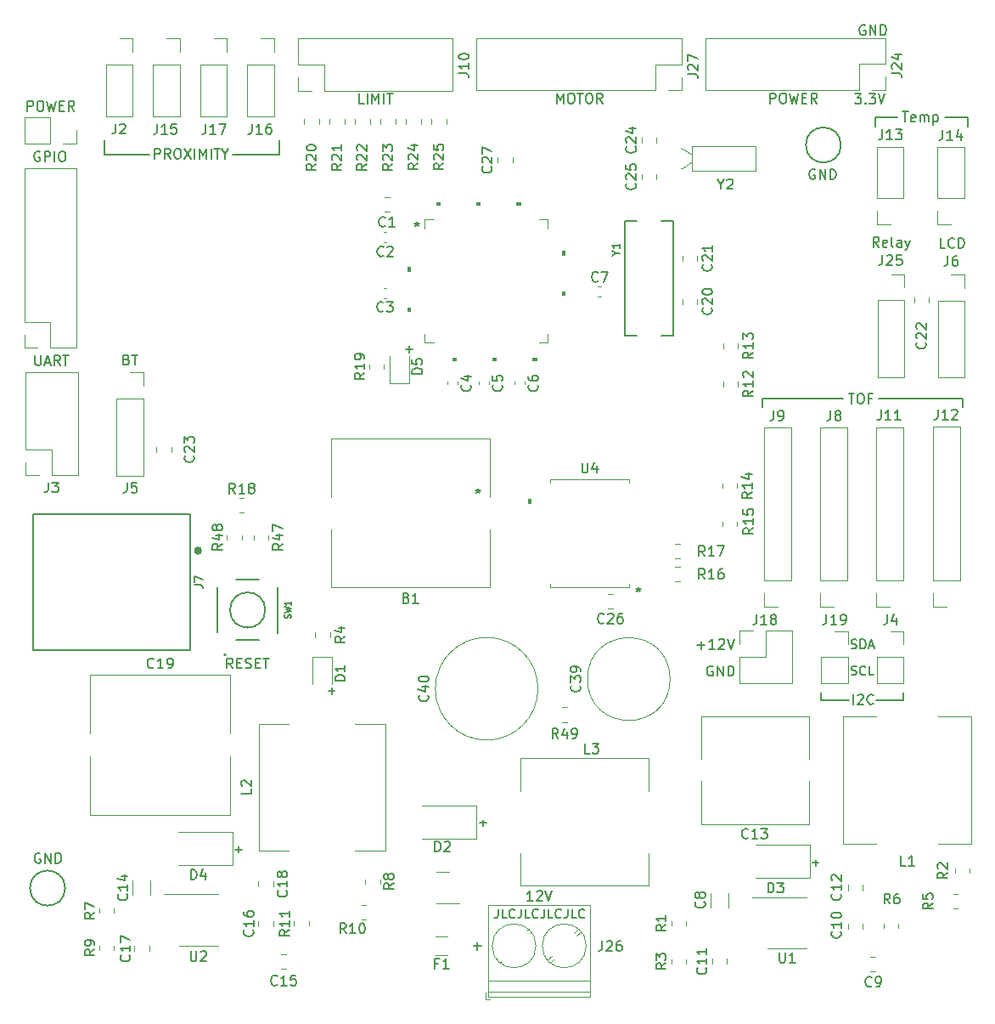
<source format=gbr>
%TF.GenerationSoftware,KiCad,Pcbnew,(6.0.2)*%
%TF.CreationDate,2022-02-23T19:08:17-05:00*%
%TF.ProjectId,SDP,5344502e-6b69-4636-9164-5f7063625858,rev?*%
%TF.SameCoordinates,Original*%
%TF.FileFunction,Legend,Top*%
%TF.FilePolarity,Positive*%
%FSLAX46Y46*%
G04 Gerber Fmt 4.6, Leading zero omitted, Abs format (unit mm)*
G04 Created by KiCad (PCBNEW (6.0.2)) date 2022-02-23 19:08:17*
%MOMM*%
%LPD*%
G01*
G04 APERTURE LIST*
%ADD10C,0.150000*%
%ADD11C,0.120000*%
%ADD12C,0.127000*%
%ADD13C,0.200000*%
%ADD14C,0.400000*%
%ADD15C,0.100000*%
G04 APERTURE END LIST*
D10*
X158902400Y-111353600D02*
X158902400Y-112115600D01*
X173532800Y-54102000D02*
X173532800Y-55016400D01*
X161036000Y-82092800D02*
X153009600Y-82092800D01*
X104851200Y-57759600D02*
X104851200Y-56362600D01*
X164287200Y-55016400D02*
X164287200Y-54102000D01*
X171196000Y-54102000D02*
X173532800Y-54102000D01*
X87376000Y-56388000D02*
X87376000Y-57759600D01*
X167030400Y-112115600D02*
X167081200Y-112115600D01*
X100177600Y-57759600D02*
X104851200Y-57759600D01*
X164592000Y-82092800D02*
X173024800Y-82092800D01*
X153009600Y-82092800D02*
X153009600Y-82956400D01*
X164388800Y-112115600D02*
X167030400Y-112115600D01*
X173024800Y-82092800D02*
X173024800Y-82905600D01*
X167081200Y-112115600D02*
X167081200Y-111353600D01*
X158902400Y-112115600D02*
X161645600Y-112115600D01*
X87376000Y-57759600D02*
X91897200Y-57759600D01*
X164287200Y-54102000D02*
X166471600Y-54102000D01*
X146523295Y-106649828D02*
X147285200Y-106649828D01*
X146904247Y-107030780D02*
X146904247Y-106268876D01*
X148285200Y-107030780D02*
X147713771Y-107030780D01*
X147999485Y-107030780D02*
X147999485Y-106030780D01*
X147904247Y-106173638D01*
X147809009Y-106268876D01*
X147713771Y-106316495D01*
X148666152Y-106126019D02*
X148713771Y-106078400D01*
X148809009Y-106030780D01*
X149047104Y-106030780D01*
X149142342Y-106078400D01*
X149189961Y-106126019D01*
X149237580Y-106221257D01*
X149237580Y-106316495D01*
X149189961Y-106459352D01*
X148618533Y-107030780D01*
X149237580Y-107030780D01*
X149523295Y-106030780D02*
X149856628Y-107030780D01*
X150189961Y-106030780D01*
X162252209Y-51725580D02*
X162871257Y-51725580D01*
X162537923Y-52106533D01*
X162680780Y-52106533D01*
X162776019Y-52154152D01*
X162823638Y-52201771D01*
X162871257Y-52297009D01*
X162871257Y-52535104D01*
X162823638Y-52630342D01*
X162776019Y-52677961D01*
X162680780Y-52725580D01*
X162395066Y-52725580D01*
X162299828Y-52677961D01*
X162252209Y-52630342D01*
X163299828Y-52630342D02*
X163347447Y-52677961D01*
X163299828Y-52725580D01*
X163252209Y-52677961D01*
X163299828Y-52630342D01*
X163299828Y-52725580D01*
X163680780Y-51725580D02*
X164299828Y-51725580D01*
X163966495Y-52106533D01*
X164109352Y-52106533D01*
X164204590Y-52154152D01*
X164252209Y-52201771D01*
X164299828Y-52297009D01*
X164299828Y-52535104D01*
X164252209Y-52630342D01*
X164204590Y-52677961D01*
X164109352Y-52725580D01*
X163823638Y-52725580D01*
X163728400Y-52677961D01*
X163680780Y-52630342D01*
X164585542Y-51725580D02*
X164918876Y-52725580D01*
X165252209Y-51725580D01*
X161894971Y-109584285D02*
X162023542Y-109627142D01*
X162237828Y-109627142D01*
X162323542Y-109584285D01*
X162366400Y-109541428D01*
X162409257Y-109455714D01*
X162409257Y-109370000D01*
X162366400Y-109284285D01*
X162323542Y-109241428D01*
X162237828Y-109198571D01*
X162066400Y-109155714D01*
X161980685Y-109112857D01*
X161937828Y-109070000D01*
X161894971Y-108984285D01*
X161894971Y-108898571D01*
X161937828Y-108812857D01*
X161980685Y-108770000D01*
X162066400Y-108727142D01*
X162280685Y-108727142D01*
X162409257Y-108770000D01*
X163309257Y-109541428D02*
X163266400Y-109584285D01*
X163137828Y-109627142D01*
X163052114Y-109627142D01*
X162923542Y-109584285D01*
X162837828Y-109498571D01*
X162794971Y-109412857D01*
X162752114Y-109241428D01*
X162752114Y-109112857D01*
X162794971Y-108941428D01*
X162837828Y-108855714D01*
X162923542Y-108770000D01*
X163052114Y-108727142D01*
X163137828Y-108727142D01*
X163266400Y-108770000D01*
X163309257Y-108812857D01*
X164123542Y-109627142D02*
X163694971Y-109627142D01*
X163694971Y-108727142D01*
X161898942Y-106942685D02*
X162027514Y-106985542D01*
X162241800Y-106985542D01*
X162327514Y-106942685D01*
X162370371Y-106899828D01*
X162413228Y-106814114D01*
X162413228Y-106728400D01*
X162370371Y-106642685D01*
X162327514Y-106599828D01*
X162241800Y-106556971D01*
X162070371Y-106514114D01*
X161984657Y-106471257D01*
X161941800Y-106428400D01*
X161898942Y-106342685D01*
X161898942Y-106256971D01*
X161941800Y-106171257D01*
X161984657Y-106128400D01*
X162070371Y-106085542D01*
X162284657Y-106085542D01*
X162413228Y-106128400D01*
X162798942Y-106985542D02*
X162798942Y-106085542D01*
X163013228Y-106085542D01*
X163141800Y-106128400D01*
X163227514Y-106214114D01*
X163270371Y-106299828D01*
X163313228Y-106471257D01*
X163313228Y-106599828D01*
X163270371Y-106771257D01*
X163227514Y-106856971D01*
X163141800Y-106942685D01*
X163013228Y-106985542D01*
X162798942Y-106985542D01*
X163656085Y-106728400D02*
X164084657Y-106728400D01*
X163570371Y-106985542D02*
X163870371Y-106085542D01*
X164170371Y-106985542D01*
X153798876Y-52674780D02*
X153798876Y-51674780D01*
X154179828Y-51674780D01*
X154275066Y-51722400D01*
X154322685Y-51770019D01*
X154370304Y-51865257D01*
X154370304Y-52008114D01*
X154322685Y-52103352D01*
X154275066Y-52150971D01*
X154179828Y-52198590D01*
X153798876Y-52198590D01*
X154989352Y-51674780D02*
X155179828Y-51674780D01*
X155275066Y-51722400D01*
X155370304Y-51817638D01*
X155417923Y-52008114D01*
X155417923Y-52341447D01*
X155370304Y-52531923D01*
X155275066Y-52627161D01*
X155179828Y-52674780D01*
X154989352Y-52674780D01*
X154894114Y-52627161D01*
X154798876Y-52531923D01*
X154751257Y-52341447D01*
X154751257Y-52008114D01*
X154798876Y-51817638D01*
X154894114Y-51722400D01*
X154989352Y-51674780D01*
X155751257Y-51674780D02*
X155989352Y-52674780D01*
X156179828Y-51960495D01*
X156370304Y-52674780D01*
X156608400Y-51674780D01*
X156989352Y-52150971D02*
X157322685Y-52150971D01*
X157465542Y-52674780D02*
X156989352Y-52674780D01*
X156989352Y-51674780D01*
X157465542Y-51674780D01*
X158465542Y-52674780D02*
X158132209Y-52198590D01*
X157894114Y-52674780D02*
X157894114Y-51674780D01*
X158275066Y-51674780D01*
X158370304Y-51722400D01*
X158417923Y-51770019D01*
X158465542Y-51865257D01*
X158465542Y-52008114D01*
X158417923Y-52103352D01*
X158370304Y-52150971D01*
X158275066Y-52198590D01*
X157894114Y-52198590D01*
X148082095Y-108770800D02*
X147986857Y-108723180D01*
X147844000Y-108723180D01*
X147701142Y-108770800D01*
X147605904Y-108866038D01*
X147558285Y-108961276D01*
X147510666Y-109151752D01*
X147510666Y-109294609D01*
X147558285Y-109485085D01*
X147605904Y-109580323D01*
X147701142Y-109675561D01*
X147844000Y-109723180D01*
X147939238Y-109723180D01*
X148082095Y-109675561D01*
X148129714Y-109627942D01*
X148129714Y-109294609D01*
X147939238Y-109294609D01*
X148558285Y-109723180D02*
X148558285Y-108723180D01*
X149129714Y-109723180D01*
X149129714Y-108723180D01*
X149605904Y-109723180D02*
X149605904Y-108723180D01*
X149844000Y-108723180D01*
X149986857Y-108770800D01*
X150082095Y-108866038D01*
X150129714Y-108961276D01*
X150177333Y-109151752D01*
X150177333Y-109294609D01*
X150129714Y-109485085D01*
X150082095Y-109580323D01*
X149986857Y-109675561D01*
X149844000Y-109723180D01*
X149605904Y-109723180D01*
X158267495Y-59291600D02*
X158172257Y-59243980D01*
X158029400Y-59243980D01*
X157886542Y-59291600D01*
X157791304Y-59386838D01*
X157743685Y-59482076D01*
X157696066Y-59672552D01*
X157696066Y-59815409D01*
X157743685Y-60005885D01*
X157791304Y-60101123D01*
X157886542Y-60196361D01*
X158029400Y-60243980D01*
X158124638Y-60243980D01*
X158267495Y-60196361D01*
X158315114Y-60148742D01*
X158315114Y-59815409D01*
X158124638Y-59815409D01*
X158743685Y-60243980D02*
X158743685Y-59243980D01*
X159315114Y-60243980D01*
X159315114Y-59243980D01*
X159791304Y-60243980D02*
X159791304Y-59243980D01*
X160029400Y-59243980D01*
X160172257Y-59291600D01*
X160267495Y-59386838D01*
X160315114Y-59482076D01*
X160362733Y-59672552D01*
X160362733Y-59815409D01*
X160315114Y-60005885D01*
X160267495Y-60101123D01*
X160172257Y-60196361D01*
X160029400Y-60243980D01*
X159791304Y-60243980D01*
X124866438Y-124364742D02*
X125475961Y-124364742D01*
X125171200Y-124669504D02*
X125171200Y-124059980D01*
X132510495Y-52674780D02*
X132510495Y-51674780D01*
X132843828Y-52389066D01*
X133177161Y-51674780D01*
X133177161Y-52674780D01*
X133843828Y-51674780D02*
X134034304Y-51674780D01*
X134129542Y-51722400D01*
X134224780Y-51817638D01*
X134272400Y-52008114D01*
X134272400Y-52341447D01*
X134224780Y-52531923D01*
X134129542Y-52627161D01*
X134034304Y-52674780D01*
X133843828Y-52674780D01*
X133748590Y-52627161D01*
X133653352Y-52531923D01*
X133605733Y-52341447D01*
X133605733Y-52008114D01*
X133653352Y-51817638D01*
X133748590Y-51722400D01*
X133843828Y-51674780D01*
X134558114Y-51674780D02*
X135129542Y-51674780D01*
X134843828Y-52674780D02*
X134843828Y-51674780D01*
X135653352Y-51674780D02*
X135843828Y-51674780D01*
X135939066Y-51722400D01*
X136034304Y-51817638D01*
X136081923Y-52008114D01*
X136081923Y-52341447D01*
X136034304Y-52531923D01*
X135939066Y-52627161D01*
X135843828Y-52674780D01*
X135653352Y-52674780D01*
X135558114Y-52627161D01*
X135462876Y-52531923D01*
X135415257Y-52341447D01*
X135415257Y-52008114D01*
X135462876Y-51817638D01*
X135558114Y-51722400D01*
X135653352Y-51674780D01*
X137081923Y-52674780D02*
X136748590Y-52198590D01*
X136510495Y-52674780D02*
X136510495Y-51674780D01*
X136891447Y-51674780D01*
X136986685Y-51722400D01*
X137034304Y-51770019D01*
X137081923Y-51865257D01*
X137081923Y-52008114D01*
X137034304Y-52103352D01*
X136986685Y-52150971D01*
X136891447Y-52198590D01*
X136510495Y-52198590D01*
X166975066Y-53503580D02*
X167546495Y-53503580D01*
X167260780Y-54503580D02*
X167260780Y-53503580D01*
X168260780Y-54455961D02*
X168165542Y-54503580D01*
X167975066Y-54503580D01*
X167879828Y-54455961D01*
X167832209Y-54360723D01*
X167832209Y-53979771D01*
X167879828Y-53884533D01*
X167975066Y-53836914D01*
X168165542Y-53836914D01*
X168260780Y-53884533D01*
X168308400Y-53979771D01*
X168308400Y-54075009D01*
X167832209Y-54170247D01*
X168736971Y-54503580D02*
X168736971Y-53836914D01*
X168736971Y-53932152D02*
X168784590Y-53884533D01*
X168879828Y-53836914D01*
X169022685Y-53836914D01*
X169117923Y-53884533D01*
X169165542Y-53979771D01*
X169165542Y-54503580D01*
X169165542Y-53979771D02*
X169213161Y-53884533D01*
X169308400Y-53836914D01*
X169451257Y-53836914D01*
X169546495Y-53884533D01*
X169594114Y-53979771D01*
X169594114Y-54503580D01*
X170070304Y-53836914D02*
X170070304Y-54836914D01*
X170070304Y-53884533D02*
X170165542Y-53836914D01*
X170356019Y-53836914D01*
X170451257Y-53884533D01*
X170498876Y-53932152D01*
X170546495Y-54027390D01*
X170546495Y-54313104D01*
X170498876Y-54408342D01*
X170451257Y-54455961D01*
X170356019Y-54503580D01*
X170165542Y-54503580D01*
X170070304Y-54455961D01*
X79732476Y-53436780D02*
X79732476Y-52436780D01*
X80113428Y-52436780D01*
X80208666Y-52484400D01*
X80256285Y-52532019D01*
X80303904Y-52627257D01*
X80303904Y-52770114D01*
X80256285Y-52865352D01*
X80208666Y-52912971D01*
X80113428Y-52960590D01*
X79732476Y-52960590D01*
X80922952Y-52436780D02*
X81113428Y-52436780D01*
X81208666Y-52484400D01*
X81303904Y-52579638D01*
X81351523Y-52770114D01*
X81351523Y-53103447D01*
X81303904Y-53293923D01*
X81208666Y-53389161D01*
X81113428Y-53436780D01*
X80922952Y-53436780D01*
X80827714Y-53389161D01*
X80732476Y-53293923D01*
X80684857Y-53103447D01*
X80684857Y-52770114D01*
X80732476Y-52579638D01*
X80827714Y-52484400D01*
X80922952Y-52436780D01*
X81684857Y-52436780D02*
X81922952Y-53436780D01*
X82113428Y-52722495D01*
X82303904Y-53436780D01*
X82542000Y-52436780D01*
X82922952Y-52912971D02*
X83256285Y-52912971D01*
X83399142Y-53436780D02*
X82922952Y-53436780D01*
X82922952Y-52436780D01*
X83399142Y-52436780D01*
X84399142Y-53436780D02*
X84065809Y-52960590D01*
X83827714Y-53436780D02*
X83827714Y-52436780D01*
X84208666Y-52436780D01*
X84303904Y-52484400D01*
X84351523Y-52532019D01*
X84399142Y-52627257D01*
X84399142Y-52770114D01*
X84351523Y-52865352D01*
X84303904Y-52912971D01*
X84208666Y-52960590D01*
X83827714Y-52960590D01*
X100482438Y-127006342D02*
X101091961Y-127006342D01*
X100787200Y-127311104D02*
X100787200Y-126701580D01*
X80497561Y-77785980D02*
X80497561Y-78595504D01*
X80545180Y-78690742D01*
X80592800Y-78738361D01*
X80688038Y-78785980D01*
X80878514Y-78785980D01*
X80973752Y-78738361D01*
X81021371Y-78690742D01*
X81068990Y-78595504D01*
X81068990Y-77785980D01*
X81497561Y-78500266D02*
X81973752Y-78500266D01*
X81402323Y-78785980D02*
X81735657Y-77785980D01*
X82068990Y-78785980D01*
X82973752Y-78785980D02*
X82640419Y-78309790D01*
X82402323Y-78785980D02*
X82402323Y-77785980D01*
X82783276Y-77785980D01*
X82878514Y-77833600D01*
X82926133Y-77881219D01*
X82973752Y-77976457D01*
X82973752Y-78119314D01*
X82926133Y-78214552D01*
X82878514Y-78262171D01*
X82783276Y-78309790D01*
X82402323Y-78309790D01*
X83259466Y-77785980D02*
X83830895Y-77785980D01*
X83545180Y-78785980D02*
X83545180Y-77785980D01*
X109778838Y-111207542D02*
X110388361Y-111207542D01*
X110083600Y-111512304D02*
X110083600Y-110902780D01*
X158038838Y-128327142D02*
X158648361Y-128327142D01*
X158343600Y-128631904D02*
X158343600Y-128022380D01*
X117500438Y-77171542D02*
X118109961Y-77171542D01*
X117805200Y-77476304D02*
X117805200Y-76866780D01*
X92418352Y-58186580D02*
X92418352Y-57186580D01*
X92799304Y-57186580D01*
X92894542Y-57234200D01*
X92942161Y-57281819D01*
X92989780Y-57377057D01*
X92989780Y-57519914D01*
X92942161Y-57615152D01*
X92894542Y-57662771D01*
X92799304Y-57710390D01*
X92418352Y-57710390D01*
X93989780Y-58186580D02*
X93656447Y-57710390D01*
X93418352Y-58186580D02*
X93418352Y-57186580D01*
X93799304Y-57186580D01*
X93894542Y-57234200D01*
X93942161Y-57281819D01*
X93989780Y-57377057D01*
X93989780Y-57519914D01*
X93942161Y-57615152D01*
X93894542Y-57662771D01*
X93799304Y-57710390D01*
X93418352Y-57710390D01*
X94608828Y-57186580D02*
X94799304Y-57186580D01*
X94894542Y-57234200D01*
X94989780Y-57329438D01*
X95037400Y-57519914D01*
X95037400Y-57853247D01*
X94989780Y-58043723D01*
X94894542Y-58138961D01*
X94799304Y-58186580D01*
X94608828Y-58186580D01*
X94513590Y-58138961D01*
X94418352Y-58043723D01*
X94370733Y-57853247D01*
X94370733Y-57519914D01*
X94418352Y-57329438D01*
X94513590Y-57234200D01*
X94608828Y-57186580D01*
X95370733Y-57186580D02*
X96037400Y-58186580D01*
X96037400Y-57186580D02*
X95370733Y-58186580D01*
X96418352Y-58186580D02*
X96418352Y-57186580D01*
X96894542Y-58186580D02*
X96894542Y-57186580D01*
X97227876Y-57900866D01*
X97561209Y-57186580D01*
X97561209Y-58186580D01*
X98037400Y-58186580D02*
X98037400Y-57186580D01*
X98370733Y-57186580D02*
X98942161Y-57186580D01*
X98656447Y-58186580D02*
X98656447Y-57186580D01*
X99465971Y-57710390D02*
X99465971Y-58186580D01*
X99132638Y-57186580D02*
X99465971Y-57710390D01*
X99799304Y-57186580D01*
X164647714Y-66974980D02*
X164314380Y-66498790D01*
X164076285Y-66974980D02*
X164076285Y-65974980D01*
X164457238Y-65974980D01*
X164552476Y-66022600D01*
X164600095Y-66070219D01*
X164647714Y-66165457D01*
X164647714Y-66308314D01*
X164600095Y-66403552D01*
X164552476Y-66451171D01*
X164457238Y-66498790D01*
X164076285Y-66498790D01*
X165457238Y-66927361D02*
X165362000Y-66974980D01*
X165171523Y-66974980D01*
X165076285Y-66927361D01*
X165028666Y-66832123D01*
X165028666Y-66451171D01*
X165076285Y-66355933D01*
X165171523Y-66308314D01*
X165362000Y-66308314D01*
X165457238Y-66355933D01*
X165504857Y-66451171D01*
X165504857Y-66546409D01*
X165028666Y-66641647D01*
X166076285Y-66974980D02*
X165981047Y-66927361D01*
X165933428Y-66832123D01*
X165933428Y-65974980D01*
X166885809Y-66974980D02*
X166885809Y-66451171D01*
X166838190Y-66355933D01*
X166742952Y-66308314D01*
X166552476Y-66308314D01*
X166457238Y-66355933D01*
X166885809Y-66927361D02*
X166790571Y-66974980D01*
X166552476Y-66974980D01*
X166457238Y-66927361D01*
X166409619Y-66832123D01*
X166409619Y-66736885D01*
X166457238Y-66641647D01*
X166552476Y-66594028D01*
X166790571Y-66594028D01*
X166885809Y-66546409D01*
X167266761Y-66308314D02*
X167504857Y-66974980D01*
X167742952Y-66308314D02*
X167504857Y-66974980D01*
X167409619Y-67213076D01*
X167362000Y-67260695D01*
X167266761Y-67308314D01*
X126652857Y-132958742D02*
X126652857Y-133601600D01*
X126610000Y-133730171D01*
X126524285Y-133815885D01*
X126395714Y-133858742D01*
X126310000Y-133858742D01*
X127510000Y-133858742D02*
X127081428Y-133858742D01*
X127081428Y-132958742D01*
X128324285Y-133773028D02*
X128281428Y-133815885D01*
X128152857Y-133858742D01*
X128067142Y-133858742D01*
X127938571Y-133815885D01*
X127852857Y-133730171D01*
X127810000Y-133644457D01*
X127767142Y-133473028D01*
X127767142Y-133344457D01*
X127810000Y-133173028D01*
X127852857Y-133087314D01*
X127938571Y-133001600D01*
X128067142Y-132958742D01*
X128152857Y-132958742D01*
X128281428Y-133001600D01*
X128324285Y-133044457D01*
X128967142Y-132958742D02*
X128967142Y-133601600D01*
X128924285Y-133730171D01*
X128838571Y-133815885D01*
X128710000Y-133858742D01*
X128624285Y-133858742D01*
X129824285Y-133858742D02*
X129395714Y-133858742D01*
X129395714Y-132958742D01*
X130638571Y-133773028D02*
X130595714Y-133815885D01*
X130467142Y-133858742D01*
X130381428Y-133858742D01*
X130252857Y-133815885D01*
X130167142Y-133730171D01*
X130124285Y-133644457D01*
X130081428Y-133473028D01*
X130081428Y-133344457D01*
X130124285Y-133173028D01*
X130167142Y-133087314D01*
X130252857Y-133001600D01*
X130381428Y-132958742D01*
X130467142Y-132958742D01*
X130595714Y-133001600D01*
X130638571Y-133044457D01*
X131281428Y-132958742D02*
X131281428Y-133601600D01*
X131238571Y-133730171D01*
X131152857Y-133815885D01*
X131024285Y-133858742D01*
X130938571Y-133858742D01*
X132138571Y-133858742D02*
X131710000Y-133858742D01*
X131710000Y-132958742D01*
X132952857Y-133773028D02*
X132910000Y-133815885D01*
X132781428Y-133858742D01*
X132695714Y-133858742D01*
X132567142Y-133815885D01*
X132481428Y-133730171D01*
X132438571Y-133644457D01*
X132395714Y-133473028D01*
X132395714Y-133344457D01*
X132438571Y-133173028D01*
X132481428Y-133087314D01*
X132567142Y-133001600D01*
X132695714Y-132958742D01*
X132781428Y-132958742D01*
X132910000Y-133001600D01*
X132952857Y-133044457D01*
X133595714Y-132958742D02*
X133595714Y-133601600D01*
X133552857Y-133730171D01*
X133467142Y-133815885D01*
X133338571Y-133858742D01*
X133252857Y-133858742D01*
X134452857Y-133858742D02*
X134024285Y-133858742D01*
X134024285Y-132958742D01*
X135267142Y-133773028D02*
X135224285Y-133815885D01*
X135095714Y-133858742D01*
X135010000Y-133858742D01*
X134881428Y-133815885D01*
X134795714Y-133730171D01*
X134752857Y-133644457D01*
X134710000Y-133473028D01*
X134710000Y-133344457D01*
X134752857Y-133173028D01*
X134795714Y-133087314D01*
X134881428Y-133001600D01*
X135010000Y-132958742D01*
X135095714Y-132958742D01*
X135224285Y-133001600D01*
X135267142Y-133044457D01*
X163271295Y-44915200D02*
X163176057Y-44867580D01*
X163033200Y-44867580D01*
X162890342Y-44915200D01*
X162795104Y-45010438D01*
X162747485Y-45105676D01*
X162699866Y-45296152D01*
X162699866Y-45439009D01*
X162747485Y-45629485D01*
X162795104Y-45724723D01*
X162890342Y-45819961D01*
X163033200Y-45867580D01*
X163128438Y-45867580D01*
X163271295Y-45819961D01*
X163318914Y-45772342D01*
X163318914Y-45439009D01*
X163128438Y-45439009D01*
X163747485Y-45867580D02*
X163747485Y-44867580D01*
X164318914Y-45867580D01*
X164318914Y-44867580D01*
X164795104Y-45867580D02*
X164795104Y-44867580D01*
X165033200Y-44867580D01*
X165176057Y-44915200D01*
X165271295Y-45010438D01*
X165318914Y-45105676D01*
X165366533Y-45296152D01*
X165366533Y-45439009D01*
X165318914Y-45629485D01*
X165271295Y-45724723D01*
X165176057Y-45819961D01*
X165033200Y-45867580D01*
X164795104Y-45867580D01*
X171267523Y-67101980D02*
X170791333Y-67101980D01*
X170791333Y-66101980D01*
X172172285Y-67006742D02*
X172124666Y-67054361D01*
X171981809Y-67101980D01*
X171886571Y-67101980D01*
X171743714Y-67054361D01*
X171648476Y-66959123D01*
X171600857Y-66863885D01*
X171553238Y-66673409D01*
X171553238Y-66530552D01*
X171600857Y-66340076D01*
X171648476Y-66244838D01*
X171743714Y-66149600D01*
X171886571Y-66101980D01*
X171981809Y-66101980D01*
X172124666Y-66149600D01*
X172172285Y-66197219D01*
X172600857Y-67101980D02*
X172600857Y-66101980D01*
X172838952Y-66101980D01*
X172981809Y-66149600D01*
X173077047Y-66244838D01*
X173124666Y-66340076D01*
X173172285Y-66530552D01*
X173172285Y-66673409D01*
X173124666Y-66863885D01*
X173077047Y-66959123D01*
X172981809Y-67054361D01*
X172838952Y-67101980D01*
X172600857Y-67101980D01*
X89606476Y-78211371D02*
X89749333Y-78258990D01*
X89796952Y-78306609D01*
X89844571Y-78401847D01*
X89844571Y-78544704D01*
X89796952Y-78639942D01*
X89749333Y-78687561D01*
X89654095Y-78735180D01*
X89273142Y-78735180D01*
X89273142Y-77735180D01*
X89606476Y-77735180D01*
X89701714Y-77782800D01*
X89749333Y-77830419D01*
X89796952Y-77925657D01*
X89796952Y-78020895D01*
X89749333Y-78116133D01*
X89701714Y-78163752D01*
X89606476Y-78211371D01*
X89273142Y-78211371D01*
X90130285Y-77735180D02*
X90701714Y-77735180D01*
X90416000Y-78735180D02*
X90416000Y-77735180D01*
X113307952Y-52674780D02*
X112831761Y-52674780D01*
X112831761Y-51674780D01*
X113641285Y-52674780D02*
X113641285Y-51674780D01*
X114117476Y-52674780D02*
X114117476Y-51674780D01*
X114450809Y-52389066D01*
X114784142Y-51674780D01*
X114784142Y-52674780D01*
X115260333Y-52674780D02*
X115260333Y-51674780D01*
X115593666Y-51674780D02*
X116165095Y-51674780D01*
X115879380Y-52674780D02*
X115879380Y-51674780D01*
X161626704Y-81595980D02*
X162198133Y-81595980D01*
X161912419Y-82595980D02*
X161912419Y-81595980D01*
X162721942Y-81595980D02*
X162912419Y-81595980D01*
X163007657Y-81643600D01*
X163102895Y-81738838D01*
X163150514Y-81929314D01*
X163150514Y-82262647D01*
X163102895Y-82453123D01*
X163007657Y-82548361D01*
X162912419Y-82595980D01*
X162721942Y-82595980D01*
X162626704Y-82548361D01*
X162531466Y-82453123D01*
X162483847Y-82262647D01*
X162483847Y-81929314D01*
X162531466Y-81738838D01*
X162626704Y-81643600D01*
X162721942Y-81595980D01*
X163912419Y-82072171D02*
X163579085Y-82072171D01*
X163579085Y-82595980D02*
X163579085Y-81595980D01*
X164055276Y-81595980D01*
X162091809Y-112567980D02*
X162091809Y-111567980D01*
X162520380Y-111663219D02*
X162568000Y-111615600D01*
X162663238Y-111567980D01*
X162901333Y-111567980D01*
X162996571Y-111615600D01*
X163044190Y-111663219D01*
X163091809Y-111758457D01*
X163091809Y-111853695D01*
X163044190Y-111996552D01*
X162472761Y-112567980D01*
X163091809Y-112567980D01*
X164091809Y-112472742D02*
X164044190Y-112520361D01*
X163901333Y-112567980D01*
X163806095Y-112567980D01*
X163663238Y-112520361D01*
X163568000Y-112425123D01*
X163520380Y-112329885D01*
X163472761Y-112139409D01*
X163472761Y-111996552D01*
X163520380Y-111806076D01*
X163568000Y-111710838D01*
X163663238Y-111615600D01*
X163806095Y-111567980D01*
X163901333Y-111567980D01*
X164044190Y-111615600D01*
X164091809Y-111663219D01*
X80965800Y-57513600D02*
X80870561Y-57465980D01*
X80727704Y-57465980D01*
X80584847Y-57513600D01*
X80489609Y-57608838D01*
X80441990Y-57704076D01*
X80394371Y-57894552D01*
X80394371Y-58037409D01*
X80441990Y-58227885D01*
X80489609Y-58323123D01*
X80584847Y-58418361D01*
X80727704Y-58465980D01*
X80822942Y-58465980D01*
X80965800Y-58418361D01*
X81013419Y-58370742D01*
X81013419Y-58037409D01*
X80822942Y-58037409D01*
X81441990Y-58465980D02*
X81441990Y-57465980D01*
X81822942Y-57465980D01*
X81918180Y-57513600D01*
X81965800Y-57561219D01*
X82013419Y-57656457D01*
X82013419Y-57799314D01*
X81965800Y-57894552D01*
X81918180Y-57942171D01*
X81822942Y-57989790D01*
X81441990Y-57989790D01*
X82441990Y-58465980D02*
X82441990Y-57465980D01*
X83108657Y-57465980D02*
X83299133Y-57465980D01*
X83394371Y-57513600D01*
X83489609Y-57608838D01*
X83537228Y-57799314D01*
X83537228Y-58132647D01*
X83489609Y-58323123D01*
X83394371Y-58418361D01*
X83299133Y-58465980D01*
X83108657Y-58465980D01*
X83013419Y-58418361D01*
X82918180Y-58323123D01*
X82870561Y-58132647D01*
X82870561Y-57799314D01*
X82918180Y-57608838D01*
X83013419Y-57513600D01*
X83108657Y-57465980D01*
X124231447Y-136621828D02*
X124993352Y-136621828D01*
X124612400Y-137002780D02*
X124612400Y-136240876D01*
X130140152Y-132125980D02*
X129568723Y-132125980D01*
X129854438Y-132125980D02*
X129854438Y-131125980D01*
X129759200Y-131268838D01*
X129663961Y-131364076D01*
X129568723Y-131411695D01*
X130521104Y-131221219D02*
X130568723Y-131173600D01*
X130663961Y-131125980D01*
X130902057Y-131125980D01*
X130997295Y-131173600D01*
X131044914Y-131221219D01*
X131092533Y-131316457D01*
X131092533Y-131411695D01*
X131044914Y-131554552D01*
X130473485Y-132125980D01*
X131092533Y-132125980D01*
X131378247Y-131125980D02*
X131711580Y-132125980D01*
X132044914Y-131125980D01*
X81000695Y-127414400D02*
X80905457Y-127366780D01*
X80762600Y-127366780D01*
X80619742Y-127414400D01*
X80524504Y-127509638D01*
X80476885Y-127604876D01*
X80429266Y-127795352D01*
X80429266Y-127938209D01*
X80476885Y-128128685D01*
X80524504Y-128223923D01*
X80619742Y-128319161D01*
X80762600Y-128366780D01*
X80857838Y-128366780D01*
X81000695Y-128319161D01*
X81048314Y-128271542D01*
X81048314Y-127938209D01*
X80857838Y-127938209D01*
X81476885Y-128366780D02*
X81476885Y-127366780D01*
X82048314Y-128366780D01*
X82048314Y-127366780D01*
X82524504Y-128366780D02*
X82524504Y-127366780D01*
X82762600Y-127366780D01*
X82905457Y-127414400D01*
X83000695Y-127509638D01*
X83048314Y-127604876D01*
X83095933Y-127795352D01*
X83095933Y-127938209D01*
X83048314Y-128128685D01*
X83000695Y-128223923D01*
X82905457Y-128319161D01*
X82762600Y-128366780D01*
X82524504Y-128366780D01*
X100198419Y-108961180D02*
X99865085Y-108484990D01*
X99626990Y-108961180D02*
X99626990Y-107961180D01*
X100007942Y-107961180D01*
X100103180Y-108008800D01*
X100150800Y-108056419D01*
X100198419Y-108151657D01*
X100198419Y-108294514D01*
X100150800Y-108389752D01*
X100103180Y-108437371D01*
X100007942Y-108484990D01*
X99626990Y-108484990D01*
X100626990Y-108437371D02*
X100960323Y-108437371D01*
X101103180Y-108961180D02*
X100626990Y-108961180D01*
X100626990Y-107961180D01*
X101103180Y-107961180D01*
X101484133Y-108913561D02*
X101626990Y-108961180D01*
X101865085Y-108961180D01*
X101960323Y-108913561D01*
X102007942Y-108865942D01*
X102055561Y-108770704D01*
X102055561Y-108675466D01*
X102007942Y-108580228D01*
X101960323Y-108532609D01*
X101865085Y-108484990D01*
X101674609Y-108437371D01*
X101579371Y-108389752D01*
X101531752Y-108342133D01*
X101484133Y-108246895D01*
X101484133Y-108151657D01*
X101531752Y-108056419D01*
X101579371Y-108008800D01*
X101674609Y-107961180D01*
X101912704Y-107961180D01*
X102055561Y-108008800D01*
X102484133Y-108437371D02*
X102817466Y-108437371D01*
X102960323Y-108961180D02*
X102484133Y-108961180D01*
X102484133Y-107961180D01*
X102960323Y-107961180D01*
X103246038Y-107961180D02*
X103817466Y-107961180D01*
X103531752Y-108961180D02*
X103531752Y-107961180D01*
%TO.C,R14*%
X151988380Y-91424857D02*
X151512190Y-91758190D01*
X151988380Y-91996285D02*
X150988380Y-91996285D01*
X150988380Y-91615333D01*
X151036000Y-91520095D01*
X151083619Y-91472476D01*
X151178857Y-91424857D01*
X151321714Y-91424857D01*
X151416952Y-91472476D01*
X151464571Y-91520095D01*
X151512190Y-91615333D01*
X151512190Y-91996285D01*
X151988380Y-90472476D02*
X151988380Y-91043904D01*
X151988380Y-90758190D02*
X150988380Y-90758190D01*
X151131238Y-90853428D01*
X151226476Y-90948666D01*
X151274095Y-91043904D01*
X151321714Y-89615333D02*
X151988380Y-89615333D01*
X150940761Y-89853428D02*
X151655047Y-90091523D01*
X151655047Y-89472476D01*
%TO.C,D3*%
X153592304Y-131314780D02*
X153592304Y-130314780D01*
X153830400Y-130314780D01*
X153973257Y-130362400D01*
X154068495Y-130457638D01*
X154116114Y-130552876D01*
X154163733Y-130743352D01*
X154163733Y-130886209D01*
X154116114Y-131076685D01*
X154068495Y-131171923D01*
X153973257Y-131267161D01*
X153830400Y-131314780D01*
X153592304Y-131314780D01*
X154497066Y-130314780D02*
X155116114Y-130314780D01*
X154782780Y-130695733D01*
X154925638Y-130695733D01*
X155020876Y-130743352D01*
X155068495Y-130790971D01*
X155116114Y-130886209D01*
X155116114Y-131124304D01*
X155068495Y-131219542D01*
X155020876Y-131267161D01*
X154925638Y-131314780D01*
X154639923Y-131314780D01*
X154544685Y-131267161D01*
X154497066Y-131219542D01*
%TO.C,J15*%
X92662476Y-54722780D02*
X92662476Y-55437066D01*
X92614857Y-55579923D01*
X92519619Y-55675161D01*
X92376761Y-55722780D01*
X92281523Y-55722780D01*
X93662476Y-55722780D02*
X93091047Y-55722780D01*
X93376761Y-55722780D02*
X93376761Y-54722780D01*
X93281523Y-54865638D01*
X93186285Y-54960876D01*
X93091047Y-55008495D01*
X94567238Y-54722780D02*
X94091047Y-54722780D01*
X94043428Y-55198971D01*
X94091047Y-55151352D01*
X94186285Y-55103733D01*
X94424380Y-55103733D01*
X94519619Y-55151352D01*
X94567238Y-55198971D01*
X94614857Y-55294209D01*
X94614857Y-55532304D01*
X94567238Y-55627542D01*
X94519619Y-55675161D01*
X94424380Y-55722780D01*
X94186285Y-55722780D01*
X94091047Y-55675161D01*
X94043428Y-55627542D01*
%TO.C,C18*%
X105542142Y-131098857D02*
X105589761Y-131146476D01*
X105637380Y-131289333D01*
X105637380Y-131384571D01*
X105589761Y-131527428D01*
X105494523Y-131622666D01*
X105399285Y-131670285D01*
X105208809Y-131717904D01*
X105065952Y-131717904D01*
X104875476Y-131670285D01*
X104780238Y-131622666D01*
X104685000Y-131527428D01*
X104637380Y-131384571D01*
X104637380Y-131289333D01*
X104685000Y-131146476D01*
X104732619Y-131098857D01*
X105637380Y-130146476D02*
X105637380Y-130717904D01*
X105637380Y-130432190D02*
X104637380Y-130432190D01*
X104780238Y-130527428D01*
X104875476Y-130622666D01*
X104923095Y-130717904D01*
X105065952Y-129575047D02*
X105018333Y-129670285D01*
X104970714Y-129717904D01*
X104875476Y-129765523D01*
X104827857Y-129765523D01*
X104732619Y-129717904D01*
X104685000Y-129670285D01*
X104637380Y-129575047D01*
X104637380Y-129384571D01*
X104685000Y-129289333D01*
X104732619Y-129241714D01*
X104827857Y-129194095D01*
X104875476Y-129194095D01*
X104970714Y-129241714D01*
X105018333Y-129289333D01*
X105065952Y-129384571D01*
X105065952Y-129575047D01*
X105113571Y-129670285D01*
X105161190Y-129717904D01*
X105256428Y-129765523D01*
X105446904Y-129765523D01*
X105542142Y-129717904D01*
X105589761Y-129670285D01*
X105637380Y-129575047D01*
X105637380Y-129384571D01*
X105589761Y-129289333D01*
X105542142Y-129241714D01*
X105446904Y-129194095D01*
X105256428Y-129194095D01*
X105161190Y-129241714D01*
X105113571Y-129289333D01*
X105065952Y-129384571D01*
%TO.C,L3*%
X135824933Y-117444780D02*
X135348742Y-117444780D01*
X135348742Y-116444780D01*
X136063028Y-116444780D02*
X136682076Y-116444780D01*
X136348742Y-116825733D01*
X136491600Y-116825733D01*
X136586838Y-116873352D01*
X136634457Y-116920971D01*
X136682076Y-117016209D01*
X136682076Y-117254304D01*
X136634457Y-117349542D01*
X136586838Y-117397161D01*
X136491600Y-117444780D01*
X136205885Y-117444780D01*
X136110647Y-117397161D01*
X136063028Y-117349542D01*
%TO.C,J27*%
X145603980Y-49780723D02*
X146318266Y-49780723D01*
X146461123Y-49828342D01*
X146556361Y-49923580D01*
X146603980Y-50066438D01*
X146603980Y-50161676D01*
X145699219Y-49352152D02*
X145651600Y-49304533D01*
X145603980Y-49209295D01*
X145603980Y-48971200D01*
X145651600Y-48875961D01*
X145699219Y-48828342D01*
X145794457Y-48780723D01*
X145889695Y-48780723D01*
X146032552Y-48828342D01*
X146603980Y-49399771D01*
X146603980Y-48780723D01*
X145603980Y-48447390D02*
X145603980Y-47780723D01*
X146603980Y-48209295D01*
%TO.C,R4*%
X111399580Y-105781466D02*
X110923390Y-106114800D01*
X111399580Y-106352895D02*
X110399580Y-106352895D01*
X110399580Y-105971942D01*
X110447200Y-105876704D01*
X110494819Y-105829085D01*
X110590057Y-105781466D01*
X110732914Y-105781466D01*
X110828152Y-105829085D01*
X110875771Y-105876704D01*
X110923390Y-105971942D01*
X110923390Y-106352895D01*
X110732914Y-104924323D02*
X111399580Y-104924323D01*
X110351961Y-105162419D02*
X111066247Y-105400514D01*
X111066247Y-104781466D01*
%TO.C,J2*%
X88515866Y-54697380D02*
X88515866Y-55411666D01*
X88468247Y-55554523D01*
X88373009Y-55649761D01*
X88230152Y-55697380D01*
X88134914Y-55697380D01*
X88944438Y-54792619D02*
X88992057Y-54745000D01*
X89087295Y-54697380D01*
X89325390Y-54697380D01*
X89420628Y-54745000D01*
X89468247Y-54792619D01*
X89515866Y-54887857D01*
X89515866Y-54983095D01*
X89468247Y-55125952D01*
X88896819Y-55697380D01*
X89515866Y-55697380D01*
%TO.C,R23*%
X116138980Y-58708857D02*
X115662790Y-59042190D01*
X116138980Y-59280285D02*
X115138980Y-59280285D01*
X115138980Y-58899333D01*
X115186600Y-58804095D01*
X115234219Y-58756476D01*
X115329457Y-58708857D01*
X115472314Y-58708857D01*
X115567552Y-58756476D01*
X115615171Y-58804095D01*
X115662790Y-58899333D01*
X115662790Y-59280285D01*
X115234219Y-58327904D02*
X115186600Y-58280285D01*
X115138980Y-58185047D01*
X115138980Y-57946952D01*
X115186600Y-57851714D01*
X115234219Y-57804095D01*
X115329457Y-57756476D01*
X115424695Y-57756476D01*
X115567552Y-57804095D01*
X116138980Y-58375523D01*
X116138980Y-57756476D01*
X115138980Y-57423142D02*
X115138980Y-56804095D01*
X115519933Y-57137428D01*
X115519933Y-56994571D01*
X115567552Y-56899333D01*
X115615171Y-56851714D01*
X115710409Y-56804095D01*
X115948504Y-56804095D01*
X116043742Y-56851714D01*
X116091361Y-56899333D01*
X116138980Y-56994571D01*
X116138980Y-57280285D01*
X116091361Y-57375523D01*
X116043742Y-57423142D01*
%TO.C,R25*%
X121218980Y-58658057D02*
X120742790Y-58991390D01*
X121218980Y-59229485D02*
X120218980Y-59229485D01*
X120218980Y-58848533D01*
X120266600Y-58753295D01*
X120314219Y-58705676D01*
X120409457Y-58658057D01*
X120552314Y-58658057D01*
X120647552Y-58705676D01*
X120695171Y-58753295D01*
X120742790Y-58848533D01*
X120742790Y-59229485D01*
X120314219Y-58277104D02*
X120266600Y-58229485D01*
X120218980Y-58134247D01*
X120218980Y-57896152D01*
X120266600Y-57800914D01*
X120314219Y-57753295D01*
X120409457Y-57705676D01*
X120504695Y-57705676D01*
X120647552Y-57753295D01*
X121218980Y-58324723D01*
X121218980Y-57705676D01*
X120218980Y-56800914D02*
X120218980Y-57277104D01*
X120695171Y-57324723D01*
X120647552Y-57277104D01*
X120599933Y-57181866D01*
X120599933Y-56943771D01*
X120647552Y-56848533D01*
X120695171Y-56800914D01*
X120790409Y-56753295D01*
X121028504Y-56753295D01*
X121123742Y-56800914D01*
X121171361Y-56848533D01*
X121218980Y-56943771D01*
X121218980Y-57181866D01*
X121171361Y-57277104D01*
X121123742Y-57324723D01*
%TO.C,R5*%
X170022780Y-132349866D02*
X169546590Y-132683200D01*
X170022780Y-132921295D02*
X169022780Y-132921295D01*
X169022780Y-132540342D01*
X169070400Y-132445104D01*
X169118019Y-132397485D01*
X169213257Y-132349866D01*
X169356114Y-132349866D01*
X169451352Y-132397485D01*
X169498971Y-132445104D01*
X169546590Y-132540342D01*
X169546590Y-132921295D01*
X169022780Y-131445104D02*
X169022780Y-131921295D01*
X169498971Y-131968914D01*
X169451352Y-131921295D01*
X169403733Y-131826057D01*
X169403733Y-131587961D01*
X169451352Y-131492723D01*
X169498971Y-131445104D01*
X169594209Y-131397485D01*
X169832304Y-131397485D01*
X169927542Y-131445104D01*
X169975161Y-131492723D01*
X170022780Y-131587961D01*
X170022780Y-131826057D01*
X169975161Y-131921295D01*
X169927542Y-131968914D01*
%TO.C,C15*%
X104640142Y-140465142D02*
X104592523Y-140512761D01*
X104449666Y-140560380D01*
X104354428Y-140560380D01*
X104211571Y-140512761D01*
X104116333Y-140417523D01*
X104068714Y-140322285D01*
X104021095Y-140131809D01*
X104021095Y-139988952D01*
X104068714Y-139798476D01*
X104116333Y-139703238D01*
X104211571Y-139608000D01*
X104354428Y-139560380D01*
X104449666Y-139560380D01*
X104592523Y-139608000D01*
X104640142Y-139655619D01*
X105592523Y-140560380D02*
X105021095Y-140560380D01*
X105306809Y-140560380D02*
X105306809Y-139560380D01*
X105211571Y-139703238D01*
X105116333Y-139798476D01*
X105021095Y-139846095D01*
X106497285Y-139560380D02*
X106021095Y-139560380D01*
X105973476Y-140036571D01*
X106021095Y-139988952D01*
X106116333Y-139941333D01*
X106354428Y-139941333D01*
X106449666Y-139988952D01*
X106497285Y-140036571D01*
X106544904Y-140131809D01*
X106544904Y-140369904D01*
X106497285Y-140465142D01*
X106449666Y-140512761D01*
X106354428Y-140560380D01*
X106116333Y-140560380D01*
X106021095Y-140512761D01*
X105973476Y-140465142D01*
%TO.C,D5*%
X119095780Y-79630495D02*
X118095780Y-79630495D01*
X118095780Y-79392400D01*
X118143400Y-79249542D01*
X118238638Y-79154304D01*
X118333876Y-79106685D01*
X118524352Y-79059066D01*
X118667209Y-79059066D01*
X118857685Y-79106685D01*
X118952923Y-79154304D01*
X119048161Y-79249542D01*
X119095780Y-79392400D01*
X119095780Y-79630495D01*
X118095780Y-78154304D02*
X118095780Y-78630495D01*
X118571971Y-78678114D01*
X118524352Y-78630495D01*
X118476733Y-78535257D01*
X118476733Y-78297161D01*
X118524352Y-78201923D01*
X118571971Y-78154304D01*
X118667209Y-78106685D01*
X118905304Y-78106685D01*
X119000542Y-78154304D01*
X119048161Y-78201923D01*
X119095780Y-78297161D01*
X119095780Y-78535257D01*
X119048161Y-78630495D01*
X119000542Y-78678114D01*
%TO.C,J24*%
X165923980Y-49679123D02*
X166638266Y-49679123D01*
X166781123Y-49726742D01*
X166876361Y-49821980D01*
X166923980Y-49964838D01*
X166923980Y-50060076D01*
X166019219Y-49250552D02*
X165971600Y-49202933D01*
X165923980Y-49107695D01*
X165923980Y-48869600D01*
X165971600Y-48774361D01*
X166019219Y-48726742D01*
X166114457Y-48679123D01*
X166209695Y-48679123D01*
X166352552Y-48726742D01*
X166923980Y-49298171D01*
X166923980Y-48679123D01*
X166257314Y-47821980D02*
X166923980Y-47821980D01*
X165876361Y-48060076D02*
X166590647Y-48298171D01*
X166590647Y-47679123D01*
%TO.C,J12*%
X170538876Y-83170780D02*
X170538876Y-83885066D01*
X170491257Y-84027923D01*
X170396019Y-84123161D01*
X170253161Y-84170780D01*
X170157923Y-84170780D01*
X171538876Y-84170780D02*
X170967447Y-84170780D01*
X171253161Y-84170780D02*
X171253161Y-83170780D01*
X171157923Y-83313638D01*
X171062685Y-83408876D01*
X170967447Y-83456495D01*
X171919828Y-83266019D02*
X171967447Y-83218400D01*
X172062685Y-83170780D01*
X172300780Y-83170780D01*
X172396019Y-83218400D01*
X172443638Y-83266019D01*
X172491257Y-83361257D01*
X172491257Y-83456495D01*
X172443638Y-83599352D01*
X171872209Y-84170780D01*
X172491257Y-84170780D01*
%TO.C,F1*%
X120712266Y-138359371D02*
X120378933Y-138359371D01*
X120378933Y-138883180D02*
X120378933Y-137883180D01*
X120855123Y-137883180D01*
X121759885Y-138883180D02*
X121188457Y-138883180D01*
X121474171Y-138883180D02*
X121474171Y-137883180D01*
X121378933Y-138026038D01*
X121283695Y-138121276D01*
X121188457Y-138168895D01*
%TO.C,C14*%
X89638142Y-131454457D02*
X89685761Y-131502076D01*
X89733380Y-131644933D01*
X89733380Y-131740171D01*
X89685761Y-131883028D01*
X89590523Y-131978266D01*
X89495285Y-132025885D01*
X89304809Y-132073504D01*
X89161952Y-132073504D01*
X88971476Y-132025885D01*
X88876238Y-131978266D01*
X88781000Y-131883028D01*
X88733380Y-131740171D01*
X88733380Y-131644933D01*
X88781000Y-131502076D01*
X88828619Y-131454457D01*
X89733380Y-130502076D02*
X89733380Y-131073504D01*
X89733380Y-130787790D02*
X88733380Y-130787790D01*
X88876238Y-130883028D01*
X88971476Y-130978266D01*
X89019095Y-131073504D01*
X89066714Y-129644933D02*
X89733380Y-129644933D01*
X88685761Y-129883028D02*
X89400047Y-130121123D01*
X89400047Y-129502076D01*
%TO.C,C23*%
X96267542Y-87791857D02*
X96315161Y-87839476D01*
X96362780Y-87982333D01*
X96362780Y-88077571D01*
X96315161Y-88220428D01*
X96219923Y-88315666D01*
X96124685Y-88363285D01*
X95934209Y-88410904D01*
X95791352Y-88410904D01*
X95600876Y-88363285D01*
X95505638Y-88315666D01*
X95410400Y-88220428D01*
X95362780Y-88077571D01*
X95362780Y-87982333D01*
X95410400Y-87839476D01*
X95458019Y-87791857D01*
X95458019Y-87410904D02*
X95410400Y-87363285D01*
X95362780Y-87268047D01*
X95362780Y-87029952D01*
X95410400Y-86934714D01*
X95458019Y-86887095D01*
X95553257Y-86839476D01*
X95648495Y-86839476D01*
X95791352Y-86887095D01*
X96362780Y-87458523D01*
X96362780Y-86839476D01*
X95362780Y-86506142D02*
X95362780Y-85887095D01*
X95743733Y-86220428D01*
X95743733Y-86077571D01*
X95791352Y-85982333D01*
X95838971Y-85934714D01*
X95934209Y-85887095D01*
X96172304Y-85887095D01*
X96267542Y-85934714D01*
X96315161Y-85982333D01*
X96362780Y-86077571D01*
X96362780Y-86363285D01*
X96315161Y-86458523D01*
X96267542Y-86506142D01*
%TO.C,L1*%
X167320933Y-128620780D02*
X166844742Y-128620780D01*
X166844742Y-127620780D01*
X168178076Y-128620780D02*
X167606647Y-128620780D01*
X167892361Y-128620780D02*
X167892361Y-127620780D01*
X167797123Y-127763638D01*
X167701885Y-127858876D01*
X167606647Y-127906495D01*
%TO.C,SW1*%
X105970060Y-103966457D02*
X106000090Y-103876365D01*
X106000090Y-103726212D01*
X105970060Y-103666151D01*
X105940029Y-103636120D01*
X105879968Y-103606089D01*
X105819907Y-103606089D01*
X105759845Y-103636120D01*
X105729815Y-103666151D01*
X105699784Y-103726212D01*
X105669754Y-103846334D01*
X105639723Y-103906396D01*
X105609692Y-103936426D01*
X105549631Y-103966457D01*
X105489570Y-103966457D01*
X105429509Y-103936426D01*
X105399478Y-103906396D01*
X105369447Y-103846334D01*
X105369447Y-103696181D01*
X105399478Y-103606089D01*
X105369447Y-103395875D02*
X106000090Y-103245722D01*
X105549631Y-103125600D01*
X106000090Y-103005477D01*
X105369447Y-102855324D01*
X106000090Y-102284742D02*
X106000090Y-102645110D01*
X106000090Y-102464926D02*
X105369447Y-102464926D01*
X105459539Y-102524987D01*
X105519600Y-102585048D01*
X105549631Y-102645110D01*
%TO.C,J5*%
X89658866Y-90460580D02*
X89658866Y-91174866D01*
X89611247Y-91317723D01*
X89516009Y-91412961D01*
X89373152Y-91460580D01*
X89277914Y-91460580D01*
X90611247Y-90460580D02*
X90135057Y-90460580D01*
X90087438Y-90936771D01*
X90135057Y-90889152D01*
X90230295Y-90841533D01*
X90468390Y-90841533D01*
X90563628Y-90889152D01*
X90611247Y-90936771D01*
X90658866Y-91032009D01*
X90658866Y-91270104D01*
X90611247Y-91365342D01*
X90563628Y-91412961D01*
X90468390Y-91460580D01*
X90230295Y-91460580D01*
X90135057Y-91412961D01*
X90087438Y-91365342D01*
%TO.C,D4*%
X96035904Y-129993980D02*
X96035904Y-128993980D01*
X96274000Y-128993980D01*
X96416857Y-129041600D01*
X96512095Y-129136838D01*
X96559714Y-129232076D01*
X96607333Y-129422552D01*
X96607333Y-129565409D01*
X96559714Y-129755885D01*
X96512095Y-129851123D01*
X96416857Y-129946361D01*
X96274000Y-129993980D01*
X96035904Y-129993980D01*
X97464476Y-129327314D02*
X97464476Y-129993980D01*
X97226380Y-128946361D02*
X96988285Y-129660647D01*
X97607333Y-129660647D01*
%TO.C,R3*%
X143403580Y-138344266D02*
X142927390Y-138677600D01*
X143403580Y-138915695D02*
X142403580Y-138915695D01*
X142403580Y-138534742D01*
X142451200Y-138439504D01*
X142498819Y-138391885D01*
X142594057Y-138344266D01*
X142736914Y-138344266D01*
X142832152Y-138391885D01*
X142879771Y-138439504D01*
X142927390Y-138534742D01*
X142927390Y-138915695D01*
X142403580Y-138010933D02*
X142403580Y-137391885D01*
X142784533Y-137725219D01*
X142784533Y-137582361D01*
X142832152Y-137487123D01*
X142879771Y-137439504D01*
X142975009Y-137391885D01*
X143213104Y-137391885D01*
X143308342Y-137439504D01*
X143355961Y-137487123D01*
X143403580Y-137582361D01*
X143403580Y-137868076D01*
X143355961Y-137963314D01*
X143308342Y-138010933D01*
%TO.C,J11*%
X164849276Y-83221580D02*
X164849276Y-83935866D01*
X164801657Y-84078723D01*
X164706419Y-84173961D01*
X164563561Y-84221580D01*
X164468323Y-84221580D01*
X165849276Y-84221580D02*
X165277847Y-84221580D01*
X165563561Y-84221580D02*
X165563561Y-83221580D01*
X165468323Y-83364438D01*
X165373085Y-83459676D01*
X165277847Y-83507295D01*
X166801657Y-84221580D02*
X166230228Y-84221580D01*
X166515942Y-84221580D02*
X166515942Y-83221580D01*
X166420704Y-83364438D01*
X166325466Y-83459676D01*
X166230228Y-83507295D01*
%TO.C,R6*%
X165752483Y-132406980D02*
X165419150Y-131930790D01*
X165181054Y-132406980D02*
X165181054Y-131406980D01*
X165562007Y-131406980D01*
X165657245Y-131454600D01*
X165704864Y-131502219D01*
X165752483Y-131597457D01*
X165752483Y-131740314D01*
X165704864Y-131835552D01*
X165657245Y-131883171D01*
X165562007Y-131930790D01*
X165181054Y-131930790D01*
X166609626Y-131406980D02*
X166419150Y-131406980D01*
X166323911Y-131454600D01*
X166276292Y-131502219D01*
X166181054Y-131645076D01*
X166133435Y-131835552D01*
X166133435Y-132216504D01*
X166181054Y-132311742D01*
X166228673Y-132359361D01*
X166323911Y-132406980D01*
X166514388Y-132406980D01*
X166609626Y-132359361D01*
X166657245Y-132311742D01*
X166704864Y-132216504D01*
X166704864Y-131978409D01*
X166657245Y-131883171D01*
X166609626Y-131835552D01*
X166514388Y-131787933D01*
X166323911Y-131787933D01*
X166228673Y-131835552D01*
X166181054Y-131883171D01*
X166133435Y-131978409D01*
%TO.C,R47*%
X105201980Y-96553257D02*
X104725790Y-96886590D01*
X105201980Y-97124685D02*
X104201980Y-97124685D01*
X104201980Y-96743733D01*
X104249600Y-96648495D01*
X104297219Y-96600876D01*
X104392457Y-96553257D01*
X104535314Y-96553257D01*
X104630552Y-96600876D01*
X104678171Y-96648495D01*
X104725790Y-96743733D01*
X104725790Y-97124685D01*
X104535314Y-95696114D02*
X105201980Y-95696114D01*
X104154361Y-95934209D02*
X104868647Y-96172304D01*
X104868647Y-95553257D01*
X104201980Y-95267542D02*
X104201980Y-94600876D01*
X105201980Y-95029447D01*
%TO.C,C40*%
X119633942Y-111642457D02*
X119681561Y-111690076D01*
X119729180Y-111832933D01*
X119729180Y-111928171D01*
X119681561Y-112071028D01*
X119586323Y-112166266D01*
X119491085Y-112213885D01*
X119300609Y-112261504D01*
X119157752Y-112261504D01*
X118967276Y-112213885D01*
X118872038Y-112166266D01*
X118776800Y-112071028D01*
X118729180Y-111928171D01*
X118729180Y-111832933D01*
X118776800Y-111690076D01*
X118824419Y-111642457D01*
X119062514Y-110785314D02*
X119729180Y-110785314D01*
X118681561Y-111023409D02*
X119395847Y-111261504D01*
X119395847Y-110642457D01*
X118729180Y-110071028D02*
X118729180Y-109975790D01*
X118776800Y-109880552D01*
X118824419Y-109832933D01*
X118919657Y-109785314D01*
X119110133Y-109737695D01*
X119348228Y-109737695D01*
X119538704Y-109785314D01*
X119633942Y-109832933D01*
X119681561Y-109880552D01*
X119729180Y-109975790D01*
X119729180Y-110071028D01*
X119681561Y-110166266D01*
X119633942Y-110213885D01*
X119538704Y-110261504D01*
X119348228Y-110309123D01*
X119110133Y-110309123D01*
X118919657Y-110261504D01*
X118824419Y-110213885D01*
X118776800Y-110166266D01*
X118729180Y-110071028D01*
%TO.C,J10*%
X122743980Y-49679123D02*
X123458266Y-49679123D01*
X123601123Y-49726742D01*
X123696361Y-49821980D01*
X123743980Y-49964838D01*
X123743980Y-50060076D01*
X123743980Y-48679123D02*
X123743980Y-49250552D01*
X123743980Y-48964838D02*
X122743980Y-48964838D01*
X122886838Y-49060076D01*
X122982076Y-49155314D01*
X123029695Y-49250552D01*
X122743980Y-48060076D02*
X122743980Y-47964838D01*
X122791600Y-47869600D01*
X122839219Y-47821980D01*
X122934457Y-47774361D01*
X123124933Y-47726742D01*
X123363028Y-47726742D01*
X123553504Y-47774361D01*
X123648742Y-47821980D01*
X123696361Y-47869600D01*
X123743980Y-47964838D01*
X123743980Y-48060076D01*
X123696361Y-48155314D01*
X123648742Y-48202933D01*
X123553504Y-48250552D01*
X123363028Y-48298171D01*
X123124933Y-48298171D01*
X122934457Y-48250552D01*
X122839219Y-48202933D01*
X122791600Y-48155314D01*
X122743980Y-48060076D01*
%TO.C,C1*%
X115403333Y-64874742D02*
X115355714Y-64922361D01*
X115212857Y-64969980D01*
X115117619Y-64969980D01*
X114974761Y-64922361D01*
X114879523Y-64827123D01*
X114831904Y-64731885D01*
X114784285Y-64541409D01*
X114784285Y-64398552D01*
X114831904Y-64208076D01*
X114879523Y-64112838D01*
X114974761Y-64017600D01*
X115117619Y-63969980D01*
X115212857Y-63969980D01*
X115355714Y-64017600D01*
X115403333Y-64065219D01*
X116355714Y-64969980D02*
X115784285Y-64969980D01*
X116070000Y-64969980D02*
X116070000Y-63969980D01*
X115974761Y-64112838D01*
X115879523Y-64208076D01*
X115784285Y-64255695D01*
%TO.C,Y1*%
X138411190Y-67584586D02*
X138787377Y-67584586D01*
X137997385Y-67847917D02*
X138411190Y-67584586D01*
X137997385Y-67321256D01*
X138787377Y-66644120D02*
X138787377Y-67095544D01*
X138787377Y-66869832D02*
X137997385Y-66869832D01*
X138110241Y-66945069D01*
X138185478Y-67020306D01*
X138223097Y-67095544D01*
%TO.C,J13*%
X164976676Y-55281580D02*
X164976676Y-55995866D01*
X164929057Y-56138723D01*
X164833819Y-56233961D01*
X164690961Y-56281580D01*
X164595723Y-56281580D01*
X165976676Y-56281580D02*
X165405247Y-56281580D01*
X165690961Y-56281580D02*
X165690961Y-55281580D01*
X165595723Y-55424438D01*
X165500485Y-55519676D01*
X165405247Y-55567295D01*
X166310009Y-55281580D02*
X166929057Y-55281580D01*
X166595723Y-55662533D01*
X166738580Y-55662533D01*
X166833819Y-55710152D01*
X166881438Y-55757771D01*
X166929057Y-55853009D01*
X166929057Y-56091104D01*
X166881438Y-56186342D01*
X166833819Y-56233961D01*
X166738580Y-56281580D01*
X166452866Y-56281580D01*
X166357628Y-56233961D01*
X166310009Y-56186342D01*
%TO.C,J14*%
X170996076Y-55332380D02*
X170996076Y-56046666D01*
X170948457Y-56189523D01*
X170853219Y-56284761D01*
X170710361Y-56332380D01*
X170615123Y-56332380D01*
X171996076Y-56332380D02*
X171424647Y-56332380D01*
X171710361Y-56332380D02*
X171710361Y-55332380D01*
X171615123Y-55475238D01*
X171519885Y-55570476D01*
X171424647Y-55618095D01*
X172853219Y-55665714D02*
X172853219Y-56332380D01*
X172615123Y-55284761D02*
X172377028Y-55999047D01*
X172996076Y-55999047D01*
%TO.C,R49*%
X132656342Y-115947780D02*
X132323009Y-115471590D01*
X132084914Y-115947780D02*
X132084914Y-114947780D01*
X132465866Y-114947780D01*
X132561104Y-114995400D01*
X132608723Y-115043019D01*
X132656342Y-115138257D01*
X132656342Y-115281114D01*
X132608723Y-115376352D01*
X132561104Y-115423971D01*
X132465866Y-115471590D01*
X132084914Y-115471590D01*
X133513485Y-115281114D02*
X133513485Y-115947780D01*
X133275390Y-114900161D02*
X133037295Y-115614447D01*
X133656342Y-115614447D01*
X134084914Y-115947780D02*
X134275390Y-115947780D01*
X134370628Y-115900161D01*
X134418247Y-115852542D01*
X134513485Y-115709685D01*
X134561104Y-115519209D01*
X134561104Y-115138257D01*
X134513485Y-115043019D01*
X134465866Y-114995400D01*
X134370628Y-114947780D01*
X134180152Y-114947780D01*
X134084914Y-114995400D01*
X134037295Y-115043019D01*
X133989676Y-115138257D01*
X133989676Y-115376352D01*
X134037295Y-115471590D01*
X134084914Y-115519209D01*
X134180152Y-115566828D01*
X134370628Y-115566828D01*
X134465866Y-115519209D01*
X134513485Y-115471590D01*
X134561104Y-115376352D01*
%TO.C,C20*%
X147931142Y-73059857D02*
X147978761Y-73107476D01*
X148026380Y-73250333D01*
X148026380Y-73345571D01*
X147978761Y-73488428D01*
X147883523Y-73583666D01*
X147788285Y-73631285D01*
X147597809Y-73678904D01*
X147454952Y-73678904D01*
X147264476Y-73631285D01*
X147169238Y-73583666D01*
X147074000Y-73488428D01*
X147026380Y-73345571D01*
X147026380Y-73250333D01*
X147074000Y-73107476D01*
X147121619Y-73059857D01*
X147121619Y-72678904D02*
X147074000Y-72631285D01*
X147026380Y-72536047D01*
X147026380Y-72297952D01*
X147074000Y-72202714D01*
X147121619Y-72155095D01*
X147216857Y-72107476D01*
X147312095Y-72107476D01*
X147454952Y-72155095D01*
X148026380Y-72726523D01*
X148026380Y-72107476D01*
X147026380Y-71488428D02*
X147026380Y-71393190D01*
X147074000Y-71297952D01*
X147121619Y-71250333D01*
X147216857Y-71202714D01*
X147407333Y-71155095D01*
X147645428Y-71155095D01*
X147835904Y-71202714D01*
X147931142Y-71250333D01*
X147978761Y-71297952D01*
X148026380Y-71393190D01*
X148026380Y-71488428D01*
X147978761Y-71583666D01*
X147931142Y-71631285D01*
X147835904Y-71678904D01*
X147645428Y-71726523D01*
X147407333Y-71726523D01*
X147216857Y-71678904D01*
X147121619Y-71631285D01*
X147074000Y-71583666D01*
X147026380Y-71488428D01*
%TO.C,J26*%
X137061676Y-136104380D02*
X137061676Y-136818666D01*
X137014057Y-136961523D01*
X136918819Y-137056761D01*
X136775961Y-137104380D01*
X136680723Y-137104380D01*
X137490247Y-136199619D02*
X137537866Y-136152000D01*
X137633104Y-136104380D01*
X137871200Y-136104380D01*
X137966438Y-136152000D01*
X138014057Y-136199619D01*
X138061676Y-136294857D01*
X138061676Y-136390095D01*
X138014057Y-136532952D01*
X137442628Y-137104380D01*
X138061676Y-137104380D01*
X138918819Y-136104380D02*
X138728342Y-136104380D01*
X138633104Y-136152000D01*
X138585485Y-136199619D01*
X138490247Y-136342476D01*
X138442628Y-136532952D01*
X138442628Y-136913904D01*
X138490247Y-137009142D01*
X138537866Y-137056761D01*
X138633104Y-137104380D01*
X138823580Y-137104380D01*
X138918819Y-137056761D01*
X138966438Y-137009142D01*
X139014057Y-136913904D01*
X139014057Y-136675809D01*
X138966438Y-136580571D01*
X138918819Y-136532952D01*
X138823580Y-136485333D01*
X138633104Y-136485333D01*
X138537866Y-136532952D01*
X138490247Y-136580571D01*
X138442628Y-136675809D01*
%TO.C,J18*%
X152454076Y-103592380D02*
X152454076Y-104306666D01*
X152406457Y-104449523D01*
X152311219Y-104544761D01*
X152168361Y-104592380D01*
X152073123Y-104592380D01*
X153454076Y-104592380D02*
X152882647Y-104592380D01*
X153168361Y-104592380D02*
X153168361Y-103592380D01*
X153073123Y-103735238D01*
X152977885Y-103830476D01*
X152882647Y-103878095D01*
X154025504Y-104020952D02*
X153930266Y-103973333D01*
X153882647Y-103925714D01*
X153835028Y-103830476D01*
X153835028Y-103782857D01*
X153882647Y-103687619D01*
X153930266Y-103640000D01*
X154025504Y-103592380D01*
X154215980Y-103592380D01*
X154311219Y-103640000D01*
X154358838Y-103687619D01*
X154406457Y-103782857D01*
X154406457Y-103830476D01*
X154358838Y-103925714D01*
X154311219Y-103973333D01*
X154215980Y-104020952D01*
X154025504Y-104020952D01*
X153930266Y-104068571D01*
X153882647Y-104116190D01*
X153835028Y-104211428D01*
X153835028Y-104401904D01*
X153882647Y-104497142D01*
X153930266Y-104544761D01*
X154025504Y-104592380D01*
X154215980Y-104592380D01*
X154311219Y-104544761D01*
X154358838Y-104497142D01*
X154406457Y-104401904D01*
X154406457Y-104211428D01*
X154358838Y-104116190D01*
X154311219Y-104068571D01*
X154215980Y-104020952D01*
%TO.C,C6*%
X130565142Y-80711666D02*
X130612761Y-80759285D01*
X130660380Y-80902142D01*
X130660380Y-80997380D01*
X130612761Y-81140238D01*
X130517523Y-81235476D01*
X130422285Y-81283095D01*
X130231809Y-81330714D01*
X130088952Y-81330714D01*
X129898476Y-81283095D01*
X129803238Y-81235476D01*
X129708000Y-81140238D01*
X129660380Y-80997380D01*
X129660380Y-80902142D01*
X129708000Y-80759285D01*
X129755619Y-80711666D01*
X129660380Y-79854523D02*
X129660380Y-80045000D01*
X129708000Y-80140238D01*
X129755619Y-80187857D01*
X129898476Y-80283095D01*
X130088952Y-80330714D01*
X130469904Y-80330714D01*
X130565142Y-80283095D01*
X130612761Y-80235476D01*
X130660380Y-80140238D01*
X130660380Y-79949761D01*
X130612761Y-79854523D01*
X130565142Y-79806904D01*
X130469904Y-79759285D01*
X130231809Y-79759285D01*
X130136571Y-79806904D01*
X130088952Y-79854523D01*
X130041333Y-79949761D01*
X130041333Y-80140238D01*
X130088952Y-80235476D01*
X130136571Y-80283095D01*
X130231809Y-80330714D01*
%TO.C,U2*%
X96012095Y-137147380D02*
X96012095Y-137956904D01*
X96059714Y-138052142D01*
X96107333Y-138099761D01*
X96202571Y-138147380D01*
X96393047Y-138147380D01*
X96488285Y-138099761D01*
X96535904Y-138052142D01*
X96583523Y-137956904D01*
X96583523Y-137147380D01*
X97012095Y-137242619D02*
X97059714Y-137195000D01*
X97154952Y-137147380D01*
X97393047Y-137147380D01*
X97488285Y-137195000D01*
X97535904Y-137242619D01*
X97583523Y-137337857D01*
X97583523Y-137433095D01*
X97535904Y-137575952D01*
X96964476Y-138147380D01*
X97583523Y-138147380D01*
%TO.C,R17*%
X147274042Y-97771380D02*
X146940709Y-97295190D01*
X146702614Y-97771380D02*
X146702614Y-96771380D01*
X147083566Y-96771380D01*
X147178804Y-96819000D01*
X147226423Y-96866619D01*
X147274042Y-96961857D01*
X147274042Y-97104714D01*
X147226423Y-97199952D01*
X147178804Y-97247571D01*
X147083566Y-97295190D01*
X146702614Y-97295190D01*
X148226423Y-97771380D02*
X147654995Y-97771380D01*
X147940709Y-97771380D02*
X147940709Y-96771380D01*
X147845471Y-96914238D01*
X147750233Y-97009476D01*
X147654995Y-97057095D01*
X148559757Y-96771380D02*
X149226423Y-96771380D01*
X148797852Y-97771380D01*
%TO.C,R24*%
X118678980Y-58658057D02*
X118202790Y-58991390D01*
X118678980Y-59229485D02*
X117678980Y-59229485D01*
X117678980Y-58848533D01*
X117726600Y-58753295D01*
X117774219Y-58705676D01*
X117869457Y-58658057D01*
X118012314Y-58658057D01*
X118107552Y-58705676D01*
X118155171Y-58753295D01*
X118202790Y-58848533D01*
X118202790Y-59229485D01*
X117774219Y-58277104D02*
X117726600Y-58229485D01*
X117678980Y-58134247D01*
X117678980Y-57896152D01*
X117726600Y-57800914D01*
X117774219Y-57753295D01*
X117869457Y-57705676D01*
X117964695Y-57705676D01*
X118107552Y-57753295D01*
X118678980Y-58324723D01*
X118678980Y-57705676D01*
X118012314Y-56848533D02*
X118678980Y-56848533D01*
X117631361Y-57086628D02*
X118345647Y-57324723D01*
X118345647Y-56705676D01*
%TO.C,C24*%
X140326342Y-56980057D02*
X140373961Y-57027676D01*
X140421580Y-57170533D01*
X140421580Y-57265771D01*
X140373961Y-57408628D01*
X140278723Y-57503866D01*
X140183485Y-57551485D01*
X139993009Y-57599104D01*
X139850152Y-57599104D01*
X139659676Y-57551485D01*
X139564438Y-57503866D01*
X139469200Y-57408628D01*
X139421580Y-57265771D01*
X139421580Y-57170533D01*
X139469200Y-57027676D01*
X139516819Y-56980057D01*
X139516819Y-56599104D02*
X139469200Y-56551485D01*
X139421580Y-56456247D01*
X139421580Y-56218152D01*
X139469200Y-56122914D01*
X139516819Y-56075295D01*
X139612057Y-56027676D01*
X139707295Y-56027676D01*
X139850152Y-56075295D01*
X140421580Y-56646723D01*
X140421580Y-56027676D01*
X139754914Y-55170533D02*
X140421580Y-55170533D01*
X139373961Y-55408628D02*
X140088247Y-55646723D01*
X140088247Y-55027676D01*
%TO.C,C22*%
X169267142Y-76487257D02*
X169314761Y-76534876D01*
X169362380Y-76677733D01*
X169362380Y-76772971D01*
X169314761Y-76915828D01*
X169219523Y-77011066D01*
X169124285Y-77058685D01*
X168933809Y-77106304D01*
X168790952Y-77106304D01*
X168600476Y-77058685D01*
X168505238Y-77011066D01*
X168410000Y-76915828D01*
X168362380Y-76772971D01*
X168362380Y-76677733D01*
X168410000Y-76534876D01*
X168457619Y-76487257D01*
X168457619Y-76106304D02*
X168410000Y-76058685D01*
X168362380Y-75963447D01*
X168362380Y-75725352D01*
X168410000Y-75630114D01*
X168457619Y-75582495D01*
X168552857Y-75534876D01*
X168648095Y-75534876D01*
X168790952Y-75582495D01*
X169362380Y-76153923D01*
X169362380Y-75534876D01*
X168457619Y-75153923D02*
X168410000Y-75106304D01*
X168362380Y-75011066D01*
X168362380Y-74772971D01*
X168410000Y-74677733D01*
X168457619Y-74630114D01*
X168552857Y-74582495D01*
X168648095Y-74582495D01*
X168790952Y-74630114D01*
X169362380Y-75201542D01*
X169362380Y-74582495D01*
%TO.C,R8*%
X116275380Y-130368666D02*
X115799190Y-130702000D01*
X116275380Y-130940095D02*
X115275380Y-130940095D01*
X115275380Y-130559142D01*
X115323000Y-130463904D01*
X115370619Y-130416285D01*
X115465857Y-130368666D01*
X115608714Y-130368666D01*
X115703952Y-130416285D01*
X115751571Y-130463904D01*
X115799190Y-130559142D01*
X115799190Y-130940095D01*
X115703952Y-129797238D02*
X115656333Y-129892476D01*
X115608714Y-129940095D01*
X115513476Y-129987714D01*
X115465857Y-129987714D01*
X115370619Y-129940095D01*
X115323000Y-129892476D01*
X115275380Y-129797238D01*
X115275380Y-129606761D01*
X115323000Y-129511523D01*
X115370619Y-129463904D01*
X115465857Y-129416285D01*
X115513476Y-129416285D01*
X115608714Y-129463904D01*
X115656333Y-129511523D01*
X115703952Y-129606761D01*
X115703952Y-129797238D01*
X115751571Y-129892476D01*
X115799190Y-129940095D01*
X115894428Y-129987714D01*
X116084904Y-129987714D01*
X116180142Y-129940095D01*
X116227761Y-129892476D01*
X116275380Y-129797238D01*
X116275380Y-129606761D01*
X116227761Y-129511523D01*
X116180142Y-129463904D01*
X116084904Y-129416285D01*
X115894428Y-129416285D01*
X115799190Y-129463904D01*
X115751571Y-129511523D01*
X115703952Y-129606761D01*
%TO.C,C13*%
X151604742Y-125834742D02*
X151557123Y-125882361D01*
X151414266Y-125929980D01*
X151319028Y-125929980D01*
X151176171Y-125882361D01*
X151080933Y-125787123D01*
X151033314Y-125691885D01*
X150985695Y-125501409D01*
X150985695Y-125358552D01*
X151033314Y-125168076D01*
X151080933Y-125072838D01*
X151176171Y-124977600D01*
X151319028Y-124929980D01*
X151414266Y-124929980D01*
X151557123Y-124977600D01*
X151604742Y-125025219D01*
X152557123Y-125929980D02*
X151985695Y-125929980D01*
X152271409Y-125929980D02*
X152271409Y-124929980D01*
X152176171Y-125072838D01*
X152080933Y-125168076D01*
X151985695Y-125215695D01*
X152890457Y-124929980D02*
X153509504Y-124929980D01*
X153176171Y-125310933D01*
X153319028Y-125310933D01*
X153414266Y-125358552D01*
X153461885Y-125406171D01*
X153509504Y-125501409D01*
X153509504Y-125739504D01*
X153461885Y-125834742D01*
X153414266Y-125882361D01*
X153319028Y-125929980D01*
X153033314Y-125929980D01*
X152938076Y-125882361D01*
X152890457Y-125834742D01*
%TO.C,C17*%
X89892142Y-137525057D02*
X89939761Y-137572676D01*
X89987380Y-137715533D01*
X89987380Y-137810771D01*
X89939761Y-137953628D01*
X89844523Y-138048866D01*
X89749285Y-138096485D01*
X89558809Y-138144104D01*
X89415952Y-138144104D01*
X89225476Y-138096485D01*
X89130238Y-138048866D01*
X89035000Y-137953628D01*
X88987380Y-137810771D01*
X88987380Y-137715533D01*
X89035000Y-137572676D01*
X89082619Y-137525057D01*
X89987380Y-136572676D02*
X89987380Y-137144104D01*
X89987380Y-136858390D02*
X88987380Y-136858390D01*
X89130238Y-136953628D01*
X89225476Y-137048866D01*
X89273095Y-137144104D01*
X88987380Y-136239342D02*
X88987380Y-135572676D01*
X89987380Y-136001247D01*
%TO.C,R48*%
X99167880Y-96554857D02*
X98691690Y-96888190D01*
X99167880Y-97126285D02*
X98167880Y-97126285D01*
X98167880Y-96745333D01*
X98215500Y-96650095D01*
X98263119Y-96602476D01*
X98358357Y-96554857D01*
X98501214Y-96554857D01*
X98596452Y-96602476D01*
X98644071Y-96650095D01*
X98691690Y-96745333D01*
X98691690Y-97126285D01*
X98501214Y-95697714D02*
X99167880Y-95697714D01*
X98120261Y-95935809D02*
X98834547Y-96173904D01*
X98834547Y-95554857D01*
X98596452Y-95031047D02*
X98548833Y-95126285D01*
X98501214Y-95173904D01*
X98405976Y-95221523D01*
X98358357Y-95221523D01*
X98263119Y-95173904D01*
X98215500Y-95126285D01*
X98167880Y-95031047D01*
X98167880Y-94840571D01*
X98215500Y-94745333D01*
X98263119Y-94697714D01*
X98358357Y-94650095D01*
X98405976Y-94650095D01*
X98501214Y-94697714D01*
X98548833Y-94745333D01*
X98596452Y-94840571D01*
X98596452Y-95031047D01*
X98644071Y-95126285D01*
X98691690Y-95173904D01*
X98786928Y-95221523D01*
X98977404Y-95221523D01*
X99072642Y-95173904D01*
X99120261Y-95126285D01*
X99167880Y-95031047D01*
X99167880Y-94840571D01*
X99120261Y-94745333D01*
X99072642Y-94697714D01*
X98977404Y-94650095D01*
X98786928Y-94650095D01*
X98691690Y-94697714D01*
X98644071Y-94745333D01*
X98596452Y-94840571D01*
%TO.C,J6*%
X171523066Y-67879980D02*
X171523066Y-68594266D01*
X171475447Y-68737123D01*
X171380209Y-68832361D01*
X171237352Y-68879980D01*
X171142114Y-68879980D01*
X172427828Y-67879980D02*
X172237352Y-67879980D01*
X172142114Y-67927600D01*
X172094495Y-67975219D01*
X171999257Y-68118076D01*
X171951638Y-68308552D01*
X171951638Y-68689504D01*
X171999257Y-68784742D01*
X172046876Y-68832361D01*
X172142114Y-68879980D01*
X172332590Y-68879980D01*
X172427828Y-68832361D01*
X172475447Y-68784742D01*
X172523066Y-68689504D01*
X172523066Y-68451409D01*
X172475447Y-68356171D01*
X172427828Y-68308552D01*
X172332590Y-68260933D01*
X172142114Y-68260933D01*
X172046876Y-68308552D01*
X171999257Y-68356171D01*
X171951638Y-68451409D01*
%TO.C,C4*%
X123884942Y-80711666D02*
X123932561Y-80759285D01*
X123980180Y-80902142D01*
X123980180Y-80997380D01*
X123932561Y-81140238D01*
X123837323Y-81235476D01*
X123742085Y-81283095D01*
X123551609Y-81330714D01*
X123408752Y-81330714D01*
X123218276Y-81283095D01*
X123123038Y-81235476D01*
X123027800Y-81140238D01*
X122980180Y-80997380D01*
X122980180Y-80902142D01*
X123027800Y-80759285D01*
X123075419Y-80711666D01*
X123313514Y-79854523D02*
X123980180Y-79854523D01*
X122932561Y-80092619D02*
X123646847Y-80330714D01*
X123646847Y-79711666D01*
%TO.C,R21*%
X111058980Y-58708857D02*
X110582790Y-59042190D01*
X111058980Y-59280285D02*
X110058980Y-59280285D01*
X110058980Y-58899333D01*
X110106600Y-58804095D01*
X110154219Y-58756476D01*
X110249457Y-58708857D01*
X110392314Y-58708857D01*
X110487552Y-58756476D01*
X110535171Y-58804095D01*
X110582790Y-58899333D01*
X110582790Y-59280285D01*
X110154219Y-58327904D02*
X110106600Y-58280285D01*
X110058980Y-58185047D01*
X110058980Y-57946952D01*
X110106600Y-57851714D01*
X110154219Y-57804095D01*
X110249457Y-57756476D01*
X110344695Y-57756476D01*
X110487552Y-57804095D01*
X111058980Y-58375523D01*
X111058980Y-57756476D01*
X111058980Y-56804095D02*
X111058980Y-57375523D01*
X111058980Y-57089809D02*
X110058980Y-57089809D01*
X110201838Y-57185047D01*
X110297076Y-57280285D01*
X110344695Y-57375523D01*
%TO.C,C16*%
X102182142Y-135035857D02*
X102229761Y-135083476D01*
X102277380Y-135226333D01*
X102277380Y-135321571D01*
X102229761Y-135464428D01*
X102134523Y-135559666D01*
X102039285Y-135607285D01*
X101848809Y-135654904D01*
X101705952Y-135654904D01*
X101515476Y-135607285D01*
X101420238Y-135559666D01*
X101325000Y-135464428D01*
X101277380Y-135321571D01*
X101277380Y-135226333D01*
X101325000Y-135083476D01*
X101372619Y-135035857D01*
X102277380Y-134083476D02*
X102277380Y-134654904D01*
X102277380Y-134369190D02*
X101277380Y-134369190D01*
X101420238Y-134464428D01*
X101515476Y-134559666D01*
X101563095Y-134654904D01*
X101277380Y-133226333D02*
X101277380Y-133416809D01*
X101325000Y-133512047D01*
X101372619Y-133559666D01*
X101515476Y-133654904D01*
X101705952Y-133702523D01*
X102086904Y-133702523D01*
X102182142Y-133654904D01*
X102229761Y-133607285D01*
X102277380Y-133512047D01*
X102277380Y-133321571D01*
X102229761Y-133226333D01*
X102182142Y-133178714D01*
X102086904Y-133131095D01*
X101848809Y-133131095D01*
X101753571Y-133178714D01*
X101705952Y-133226333D01*
X101658333Y-133321571D01*
X101658333Y-133512047D01*
X101705952Y-133607285D01*
X101753571Y-133654904D01*
X101848809Y-133702523D01*
%TO.C,R9*%
X86431380Y-136972666D02*
X85955190Y-137306000D01*
X86431380Y-137544095D02*
X85431380Y-137544095D01*
X85431380Y-137163142D01*
X85479000Y-137067904D01*
X85526619Y-137020285D01*
X85621857Y-136972666D01*
X85764714Y-136972666D01*
X85859952Y-137020285D01*
X85907571Y-137067904D01*
X85955190Y-137163142D01*
X85955190Y-137544095D01*
X86431380Y-136496476D02*
X86431380Y-136306000D01*
X86383761Y-136210761D01*
X86336142Y-136163142D01*
X86193285Y-136067904D01*
X86002809Y-136020285D01*
X85621857Y-136020285D01*
X85526619Y-136067904D01*
X85479000Y-136115523D01*
X85431380Y-136210761D01*
X85431380Y-136401238D01*
X85479000Y-136496476D01*
X85526619Y-136544095D01*
X85621857Y-136591714D01*
X85859952Y-136591714D01*
X85955190Y-136544095D01*
X86002809Y-136496476D01*
X86050428Y-136401238D01*
X86050428Y-136210761D01*
X86002809Y-136115523D01*
X85955190Y-136067904D01*
X85859952Y-136020285D01*
%TO.C,C21*%
X147931142Y-68741857D02*
X147978761Y-68789476D01*
X148026380Y-68932333D01*
X148026380Y-69027571D01*
X147978761Y-69170428D01*
X147883523Y-69265666D01*
X147788285Y-69313285D01*
X147597809Y-69360904D01*
X147454952Y-69360904D01*
X147264476Y-69313285D01*
X147169238Y-69265666D01*
X147074000Y-69170428D01*
X147026380Y-69027571D01*
X147026380Y-68932333D01*
X147074000Y-68789476D01*
X147121619Y-68741857D01*
X147121619Y-68360904D02*
X147074000Y-68313285D01*
X147026380Y-68218047D01*
X147026380Y-67979952D01*
X147074000Y-67884714D01*
X147121619Y-67837095D01*
X147216857Y-67789476D01*
X147312095Y-67789476D01*
X147454952Y-67837095D01*
X148026380Y-68408523D01*
X148026380Y-67789476D01*
X148026380Y-66837095D02*
X148026380Y-67408523D01*
X148026380Y-67122809D02*
X147026380Y-67122809D01*
X147169238Y-67218047D01*
X147264476Y-67313285D01*
X147312095Y-67408523D01*
%TO.C,J7*%
X96386527Y-100647574D02*
X96958187Y-100647574D01*
X97072519Y-100685684D01*
X97148740Y-100761906D01*
X97186850Y-100876238D01*
X97186850Y-100952459D01*
X96386527Y-100342689D02*
X96386527Y-99809140D01*
X97186850Y-100152136D01*
%TO.C,R13*%
X152090380Y-77481357D02*
X151614190Y-77814690D01*
X152090380Y-78052785D02*
X151090380Y-78052785D01*
X151090380Y-77671833D01*
X151138000Y-77576595D01*
X151185619Y-77528976D01*
X151280857Y-77481357D01*
X151423714Y-77481357D01*
X151518952Y-77528976D01*
X151566571Y-77576595D01*
X151614190Y-77671833D01*
X151614190Y-78052785D01*
X152090380Y-76528976D02*
X152090380Y-77100404D01*
X152090380Y-76814690D02*
X151090380Y-76814690D01*
X151233238Y-76909928D01*
X151328476Y-77005166D01*
X151376095Y-77100404D01*
X151090380Y-76195642D02*
X151090380Y-75576595D01*
X151471333Y-75909928D01*
X151471333Y-75767071D01*
X151518952Y-75671833D01*
X151566571Y-75624214D01*
X151661809Y-75576595D01*
X151899904Y-75576595D01*
X151995142Y-75624214D01*
X152042761Y-75671833D01*
X152090380Y-75767071D01*
X152090380Y-76052785D01*
X152042761Y-76148023D01*
X151995142Y-76195642D01*
%TO.C,U1*%
X154730545Y-137274380D02*
X154730545Y-138083904D01*
X154778164Y-138179142D01*
X154825783Y-138226761D01*
X154921021Y-138274380D01*
X155111497Y-138274380D01*
X155206735Y-138226761D01*
X155254354Y-138179142D01*
X155301973Y-138083904D01*
X155301973Y-137274380D01*
X156301973Y-138274380D02*
X155730545Y-138274380D01*
X156016259Y-138274380D02*
X156016259Y-137274380D01*
X155921021Y-137417238D01*
X155825783Y-137512476D01*
X155730545Y-137560095D01*
%TO.C,J25*%
X164999476Y-67778380D02*
X164999476Y-68492666D01*
X164951857Y-68635523D01*
X164856619Y-68730761D01*
X164713761Y-68778380D01*
X164618523Y-68778380D01*
X165428047Y-67873619D02*
X165475666Y-67826000D01*
X165570904Y-67778380D01*
X165809000Y-67778380D01*
X165904238Y-67826000D01*
X165951857Y-67873619D01*
X165999476Y-67968857D01*
X165999476Y-68064095D01*
X165951857Y-68206952D01*
X165380428Y-68778380D01*
X165999476Y-68778380D01*
X166904238Y-67778380D02*
X166428047Y-67778380D01*
X166380428Y-68254571D01*
X166428047Y-68206952D01*
X166523285Y-68159333D01*
X166761380Y-68159333D01*
X166856619Y-68206952D01*
X166904238Y-68254571D01*
X166951857Y-68349809D01*
X166951857Y-68587904D01*
X166904238Y-68683142D01*
X166856619Y-68730761D01*
X166761380Y-68778380D01*
X166523285Y-68778380D01*
X166428047Y-68730761D01*
X166380428Y-68683142D01*
%TO.C,L2*%
X102052380Y-120970666D02*
X102052380Y-121446857D01*
X101052380Y-121446857D01*
X101147619Y-120684952D02*
X101100000Y-120637333D01*
X101052380Y-120542095D01*
X101052380Y-120304000D01*
X101100000Y-120208761D01*
X101147619Y-120161142D01*
X101242857Y-120113523D01*
X101338095Y-120113523D01*
X101480952Y-120161142D01*
X102052380Y-120732571D01*
X102052380Y-120113523D01*
%TO.C,C5*%
X127009142Y-80711666D02*
X127056761Y-80759285D01*
X127104380Y-80902142D01*
X127104380Y-80997380D01*
X127056761Y-81140238D01*
X126961523Y-81235476D01*
X126866285Y-81283095D01*
X126675809Y-81330714D01*
X126532952Y-81330714D01*
X126342476Y-81283095D01*
X126247238Y-81235476D01*
X126152000Y-81140238D01*
X126104380Y-80997380D01*
X126104380Y-80902142D01*
X126152000Y-80759285D01*
X126199619Y-80711666D01*
X126104380Y-79806904D02*
X126104380Y-80283095D01*
X126580571Y-80330714D01*
X126532952Y-80283095D01*
X126485333Y-80187857D01*
X126485333Y-79949761D01*
X126532952Y-79854523D01*
X126580571Y-79806904D01*
X126675809Y-79759285D01*
X126913904Y-79759285D01*
X127009142Y-79806904D01*
X127056761Y-79854523D01*
X127104380Y-79949761D01*
X127104380Y-80187857D01*
X127056761Y-80283095D01*
X127009142Y-80330714D01*
%TO.C,R20*%
X108518980Y-58708857D02*
X108042790Y-59042190D01*
X108518980Y-59280285D02*
X107518980Y-59280285D01*
X107518980Y-58899333D01*
X107566600Y-58804095D01*
X107614219Y-58756476D01*
X107709457Y-58708857D01*
X107852314Y-58708857D01*
X107947552Y-58756476D01*
X107995171Y-58804095D01*
X108042790Y-58899333D01*
X108042790Y-59280285D01*
X107614219Y-58327904D02*
X107566600Y-58280285D01*
X107518980Y-58185047D01*
X107518980Y-57946952D01*
X107566600Y-57851714D01*
X107614219Y-57804095D01*
X107709457Y-57756476D01*
X107804695Y-57756476D01*
X107947552Y-57804095D01*
X108518980Y-58375523D01*
X108518980Y-57756476D01*
X107518980Y-57137428D02*
X107518980Y-57042190D01*
X107566600Y-56946952D01*
X107614219Y-56899333D01*
X107709457Y-56851714D01*
X107899933Y-56804095D01*
X108138028Y-56804095D01*
X108328504Y-56851714D01*
X108423742Y-56899333D01*
X108471361Y-56946952D01*
X108518980Y-57042190D01*
X108518980Y-57137428D01*
X108471361Y-57232666D01*
X108423742Y-57280285D01*
X108328504Y-57327904D01*
X108138028Y-57375523D01*
X107899933Y-57375523D01*
X107709457Y-57327904D01*
X107614219Y-57280285D01*
X107566600Y-57232666D01*
X107518980Y-57137428D01*
%TO.C,C3*%
X115200133Y-73340542D02*
X115152514Y-73388161D01*
X115009657Y-73435780D01*
X114914419Y-73435780D01*
X114771561Y-73388161D01*
X114676323Y-73292923D01*
X114628704Y-73197685D01*
X114581085Y-73007209D01*
X114581085Y-72864352D01*
X114628704Y-72673876D01*
X114676323Y-72578638D01*
X114771561Y-72483400D01*
X114914419Y-72435780D01*
X115009657Y-72435780D01*
X115152514Y-72483400D01*
X115200133Y-72531019D01*
X115533466Y-72435780D02*
X116152514Y-72435780D01*
X115819180Y-72816733D01*
X115962038Y-72816733D01*
X116057276Y-72864352D01*
X116104895Y-72911971D01*
X116152514Y-73007209D01*
X116152514Y-73245304D01*
X116104895Y-73340542D01*
X116057276Y-73388161D01*
X115962038Y-73435780D01*
X115676323Y-73435780D01*
X115581085Y-73388161D01*
X115533466Y-73340542D01*
%TO.C,U4*%
X135039195Y-88481180D02*
X135039195Y-89290704D01*
X135086814Y-89385942D01*
X135134433Y-89433561D01*
X135229671Y-89481180D01*
X135420147Y-89481180D01*
X135515385Y-89433561D01*
X135563004Y-89385942D01*
X135610623Y-89290704D01*
X135610623Y-88481180D01*
X136515385Y-88814514D02*
X136515385Y-89481180D01*
X136277290Y-88433561D02*
X136039195Y-89147847D01*
X136658242Y-89147847D01*
X140665200Y-100899980D02*
X140665200Y-101138076D01*
X140427104Y-101042838D02*
X140665200Y-101138076D01*
X140903295Y-101042838D01*
X140522342Y-101328552D02*
X140665200Y-101138076D01*
X140808057Y-101328552D01*
%TO.C,C2*%
X115237933Y-67821142D02*
X115190314Y-67868761D01*
X115047457Y-67916380D01*
X114952219Y-67916380D01*
X114809361Y-67868761D01*
X114714123Y-67773523D01*
X114666504Y-67678285D01*
X114618885Y-67487809D01*
X114618885Y-67344952D01*
X114666504Y-67154476D01*
X114714123Y-67059238D01*
X114809361Y-66964000D01*
X114952219Y-66916380D01*
X115047457Y-66916380D01*
X115190314Y-66964000D01*
X115237933Y-67011619D01*
X115618885Y-67011619D02*
X115666504Y-66964000D01*
X115761742Y-66916380D01*
X115999838Y-66916380D01*
X116095076Y-66964000D01*
X116142695Y-67011619D01*
X116190314Y-67106857D01*
X116190314Y-67202095D01*
X116142695Y-67344952D01*
X115571266Y-67916380D01*
X116190314Y-67916380D01*
%TO.C,C10*%
X160789892Y-135188257D02*
X160837511Y-135235876D01*
X160885130Y-135378733D01*
X160885130Y-135473971D01*
X160837511Y-135616828D01*
X160742273Y-135712066D01*
X160647035Y-135759685D01*
X160456559Y-135807304D01*
X160313702Y-135807304D01*
X160123226Y-135759685D01*
X160027988Y-135712066D01*
X159932750Y-135616828D01*
X159885130Y-135473971D01*
X159885130Y-135378733D01*
X159932750Y-135235876D01*
X159980369Y-135188257D01*
X160885130Y-134235876D02*
X160885130Y-134807304D01*
X160885130Y-134521590D02*
X159885130Y-134521590D01*
X160027988Y-134616828D01*
X160123226Y-134712066D01*
X160170845Y-134807304D01*
X159885130Y-133616828D02*
X159885130Y-133521590D01*
X159932750Y-133426352D01*
X159980369Y-133378733D01*
X160075607Y-133331114D01*
X160266083Y-133283495D01*
X160504178Y-133283495D01*
X160694654Y-133331114D01*
X160789892Y-133378733D01*
X160837511Y-133426352D01*
X160885130Y-133521590D01*
X160885130Y-133616828D01*
X160837511Y-133712066D01*
X160789892Y-133759685D01*
X160694654Y-133807304D01*
X160504178Y-133854923D01*
X160266083Y-133854923D01*
X160075607Y-133807304D01*
X159980369Y-133759685D01*
X159932750Y-133712066D01*
X159885130Y-133616828D01*
%TO.C,R16*%
X147274042Y-100057380D02*
X146940709Y-99581190D01*
X146702614Y-100057380D02*
X146702614Y-99057380D01*
X147083566Y-99057380D01*
X147178804Y-99105000D01*
X147226423Y-99152619D01*
X147274042Y-99247857D01*
X147274042Y-99390714D01*
X147226423Y-99485952D01*
X147178804Y-99533571D01*
X147083566Y-99581190D01*
X146702614Y-99581190D01*
X148226423Y-100057380D02*
X147654995Y-100057380D01*
X147940709Y-100057380D02*
X147940709Y-99057380D01*
X147845471Y-99200238D01*
X147750233Y-99295476D01*
X147654995Y-99343095D01*
X149083566Y-99057380D02*
X148893090Y-99057380D01*
X148797852Y-99105000D01*
X148750233Y-99152619D01*
X148654995Y-99295476D01*
X148607376Y-99485952D01*
X148607376Y-99866904D01*
X148654995Y-99962142D01*
X148702614Y-100009761D01*
X148797852Y-100057380D01*
X148988328Y-100057380D01*
X149083566Y-100009761D01*
X149131185Y-99962142D01*
X149178804Y-99866904D01*
X149178804Y-99628809D01*
X149131185Y-99533571D01*
X149083566Y-99485952D01*
X148988328Y-99438333D01*
X148797852Y-99438333D01*
X148702614Y-99485952D01*
X148654995Y-99533571D01*
X148607376Y-99628809D01*
%TO.C,R12*%
X152090380Y-81291357D02*
X151614190Y-81624690D01*
X152090380Y-81862785D02*
X151090380Y-81862785D01*
X151090380Y-81481833D01*
X151138000Y-81386595D01*
X151185619Y-81338976D01*
X151280857Y-81291357D01*
X151423714Y-81291357D01*
X151518952Y-81338976D01*
X151566571Y-81386595D01*
X151614190Y-81481833D01*
X151614190Y-81862785D01*
X152090380Y-80338976D02*
X152090380Y-80910404D01*
X152090380Y-80624690D02*
X151090380Y-80624690D01*
X151233238Y-80719928D01*
X151328476Y-80815166D01*
X151376095Y-80910404D01*
X151185619Y-79958023D02*
X151138000Y-79910404D01*
X151090380Y-79815166D01*
X151090380Y-79577071D01*
X151138000Y-79481833D01*
X151185619Y-79434214D01*
X151280857Y-79386595D01*
X151376095Y-79386595D01*
X151518952Y-79434214D01*
X152090380Y-80005642D01*
X152090380Y-79386595D01*
%TO.C,R22*%
X113548180Y-58708857D02*
X113071990Y-59042190D01*
X113548180Y-59280285D02*
X112548180Y-59280285D01*
X112548180Y-58899333D01*
X112595800Y-58804095D01*
X112643419Y-58756476D01*
X112738657Y-58708857D01*
X112881514Y-58708857D01*
X112976752Y-58756476D01*
X113024371Y-58804095D01*
X113071990Y-58899333D01*
X113071990Y-59280285D01*
X112643419Y-58327904D02*
X112595800Y-58280285D01*
X112548180Y-58185047D01*
X112548180Y-57946952D01*
X112595800Y-57851714D01*
X112643419Y-57804095D01*
X112738657Y-57756476D01*
X112833895Y-57756476D01*
X112976752Y-57804095D01*
X113548180Y-58375523D01*
X113548180Y-57756476D01*
X112643419Y-57375523D02*
X112595800Y-57327904D01*
X112548180Y-57232666D01*
X112548180Y-56994571D01*
X112595800Y-56899333D01*
X112643419Y-56851714D01*
X112738657Y-56804095D01*
X112833895Y-56804095D01*
X112976752Y-56851714D01*
X113548180Y-57423142D01*
X113548180Y-56804095D01*
%TO.C,D1*%
X111399580Y-110213695D02*
X110399580Y-110213695D01*
X110399580Y-109975600D01*
X110447200Y-109832742D01*
X110542438Y-109737504D01*
X110637676Y-109689885D01*
X110828152Y-109642266D01*
X110971009Y-109642266D01*
X111161485Y-109689885D01*
X111256723Y-109737504D01*
X111351961Y-109832742D01*
X111399580Y-109975600D01*
X111399580Y-110213695D01*
X111399580Y-108689885D02*
X111399580Y-109261314D01*
X111399580Y-108975600D02*
X110399580Y-108975600D01*
X110542438Y-109070838D01*
X110637676Y-109166076D01*
X110685295Y-109261314D01*
%TO.C,R10*%
X111498142Y-135352380D02*
X111164809Y-134876190D01*
X110926714Y-135352380D02*
X110926714Y-134352380D01*
X111307666Y-134352380D01*
X111402904Y-134400000D01*
X111450523Y-134447619D01*
X111498142Y-134542857D01*
X111498142Y-134685714D01*
X111450523Y-134780952D01*
X111402904Y-134828571D01*
X111307666Y-134876190D01*
X110926714Y-134876190D01*
X112450523Y-135352380D02*
X111879095Y-135352380D01*
X112164809Y-135352380D02*
X112164809Y-134352380D01*
X112069571Y-134495238D01*
X111974333Y-134590476D01*
X111879095Y-134638095D01*
X113069571Y-134352380D02*
X113164809Y-134352380D01*
X113260047Y-134400000D01*
X113307666Y-134447619D01*
X113355285Y-134542857D01*
X113402904Y-134733333D01*
X113402904Y-134971428D01*
X113355285Y-135161904D01*
X113307666Y-135257142D01*
X113260047Y-135304761D01*
X113164809Y-135352380D01*
X113069571Y-135352380D01*
X112974333Y-135304761D01*
X112926714Y-135257142D01*
X112879095Y-135161904D01*
X112831476Y-134971428D01*
X112831476Y-134733333D01*
X112879095Y-134542857D01*
X112926714Y-134447619D01*
X112974333Y-134400000D01*
X113069571Y-134352380D01*
%TO.C,R2*%
X171495980Y-129301866D02*
X171019790Y-129635200D01*
X171495980Y-129873295D02*
X170495980Y-129873295D01*
X170495980Y-129492342D01*
X170543600Y-129397104D01*
X170591219Y-129349485D01*
X170686457Y-129301866D01*
X170829314Y-129301866D01*
X170924552Y-129349485D01*
X170972171Y-129397104D01*
X171019790Y-129492342D01*
X171019790Y-129873295D01*
X170591219Y-128920914D02*
X170543600Y-128873295D01*
X170495980Y-128778057D01*
X170495980Y-128539961D01*
X170543600Y-128444723D01*
X170591219Y-128397104D01*
X170686457Y-128349485D01*
X170781695Y-128349485D01*
X170924552Y-128397104D01*
X171495980Y-128968533D01*
X171495980Y-128349485D01*
%TO.C,C7*%
X136637733Y-70359542D02*
X136590114Y-70407161D01*
X136447257Y-70454780D01*
X136352019Y-70454780D01*
X136209161Y-70407161D01*
X136113923Y-70311923D01*
X136066304Y-70216685D01*
X136018685Y-70026209D01*
X136018685Y-69883352D01*
X136066304Y-69692876D01*
X136113923Y-69597638D01*
X136209161Y-69502400D01*
X136352019Y-69454780D01*
X136447257Y-69454780D01*
X136590114Y-69502400D01*
X136637733Y-69550019D01*
X136971066Y-69454780D02*
X137637733Y-69454780D01*
X137209161Y-70454780D01*
%TO.C,J4*%
X165477866Y-103592380D02*
X165477866Y-104306666D01*
X165430247Y-104449523D01*
X165335009Y-104544761D01*
X165192152Y-104592380D01*
X165096914Y-104592380D01*
X166382628Y-103925714D02*
X166382628Y-104592380D01*
X166144533Y-103544761D02*
X165906438Y-104259047D01*
X166525485Y-104259047D01*
%TO.C,U3*%
X118567200Y-64476380D02*
X118567200Y-64714476D01*
X118329104Y-64619238D02*
X118567200Y-64714476D01*
X118805295Y-64619238D01*
X118424342Y-64904952D02*
X118567200Y-64714476D01*
X118710057Y-64904952D01*
%TO.C,J3*%
X81810266Y-90435180D02*
X81810266Y-91149466D01*
X81762647Y-91292323D01*
X81667409Y-91387561D01*
X81524552Y-91435180D01*
X81429314Y-91435180D01*
X82191219Y-90435180D02*
X82810266Y-90435180D01*
X82476933Y-90816133D01*
X82619790Y-90816133D01*
X82715028Y-90863752D01*
X82762647Y-90911371D01*
X82810266Y-91006609D01*
X82810266Y-91244704D01*
X82762647Y-91339942D01*
X82715028Y-91387561D01*
X82619790Y-91435180D01*
X82334076Y-91435180D01*
X82238838Y-91387561D01*
X82191219Y-91339942D01*
%TO.C,J16*%
X102136676Y-54722780D02*
X102136676Y-55437066D01*
X102089057Y-55579923D01*
X101993819Y-55675161D01*
X101850961Y-55722780D01*
X101755723Y-55722780D01*
X103136676Y-55722780D02*
X102565247Y-55722780D01*
X102850961Y-55722780D02*
X102850961Y-54722780D01*
X102755723Y-54865638D01*
X102660485Y-54960876D01*
X102565247Y-55008495D01*
X103993819Y-54722780D02*
X103803342Y-54722780D01*
X103708104Y-54770400D01*
X103660485Y-54818019D01*
X103565247Y-54960876D01*
X103517628Y-55151352D01*
X103517628Y-55532304D01*
X103565247Y-55627542D01*
X103612866Y-55675161D01*
X103708104Y-55722780D01*
X103898580Y-55722780D01*
X103993819Y-55675161D01*
X104041438Y-55627542D01*
X104089057Y-55532304D01*
X104089057Y-55294209D01*
X104041438Y-55198971D01*
X103993819Y-55151352D01*
X103898580Y-55103733D01*
X103708104Y-55103733D01*
X103612866Y-55151352D01*
X103565247Y-55198971D01*
X103517628Y-55294209D01*
%TO.C,C8*%
X147219942Y-132222866D02*
X147267561Y-132270485D01*
X147315180Y-132413342D01*
X147315180Y-132508580D01*
X147267561Y-132651438D01*
X147172323Y-132746676D01*
X147077085Y-132794295D01*
X146886609Y-132841914D01*
X146743752Y-132841914D01*
X146553276Y-132794295D01*
X146458038Y-132746676D01*
X146362800Y-132651438D01*
X146315180Y-132508580D01*
X146315180Y-132413342D01*
X146362800Y-132270485D01*
X146410419Y-132222866D01*
X146743752Y-131651438D02*
X146696133Y-131746676D01*
X146648514Y-131794295D01*
X146553276Y-131841914D01*
X146505657Y-131841914D01*
X146410419Y-131794295D01*
X146362800Y-131746676D01*
X146315180Y-131651438D01*
X146315180Y-131460961D01*
X146362800Y-131365723D01*
X146410419Y-131318104D01*
X146505657Y-131270485D01*
X146553276Y-131270485D01*
X146648514Y-131318104D01*
X146696133Y-131365723D01*
X146743752Y-131460961D01*
X146743752Y-131651438D01*
X146791371Y-131746676D01*
X146838990Y-131794295D01*
X146934228Y-131841914D01*
X147124704Y-131841914D01*
X147219942Y-131794295D01*
X147267561Y-131746676D01*
X147315180Y-131651438D01*
X147315180Y-131460961D01*
X147267561Y-131365723D01*
X147219942Y-131318104D01*
X147124704Y-131270485D01*
X146934228Y-131270485D01*
X146838990Y-131318104D01*
X146791371Y-131365723D01*
X146743752Y-131460961D01*
%TO.C,J19*%
X159413676Y-103592380D02*
X159413676Y-104306666D01*
X159366057Y-104449523D01*
X159270819Y-104544761D01*
X159127961Y-104592380D01*
X159032723Y-104592380D01*
X160413676Y-104592380D02*
X159842247Y-104592380D01*
X160127961Y-104592380D02*
X160127961Y-103592380D01*
X160032723Y-103735238D01*
X159937485Y-103830476D01*
X159842247Y-103878095D01*
X160889866Y-104592380D02*
X161080342Y-104592380D01*
X161175580Y-104544761D01*
X161223200Y-104497142D01*
X161318438Y-104354285D01*
X161366057Y-104163809D01*
X161366057Y-103782857D01*
X161318438Y-103687619D01*
X161270819Y-103640000D01*
X161175580Y-103592380D01*
X160985104Y-103592380D01*
X160889866Y-103640000D01*
X160842247Y-103687619D01*
X160794628Y-103782857D01*
X160794628Y-104020952D01*
X160842247Y-104116190D01*
X160889866Y-104163809D01*
X160985104Y-104211428D01*
X161175580Y-104211428D01*
X161270819Y-104163809D01*
X161318438Y-104116190D01*
X161366057Y-104020952D01*
%TO.C,R7*%
X86431380Y-133289666D02*
X85955190Y-133623000D01*
X86431380Y-133861095D02*
X85431380Y-133861095D01*
X85431380Y-133480142D01*
X85479000Y-133384904D01*
X85526619Y-133337285D01*
X85621857Y-133289666D01*
X85764714Y-133289666D01*
X85859952Y-133337285D01*
X85907571Y-133384904D01*
X85955190Y-133480142D01*
X85955190Y-133861095D01*
X85431380Y-132956333D02*
X85431380Y-132289666D01*
X86431380Y-132718238D01*
%TO.C,C12*%
X160789892Y-131429057D02*
X160837511Y-131476676D01*
X160885130Y-131619533D01*
X160885130Y-131714771D01*
X160837511Y-131857628D01*
X160742273Y-131952866D01*
X160647035Y-132000485D01*
X160456559Y-132048104D01*
X160313702Y-132048104D01*
X160123226Y-132000485D01*
X160027988Y-131952866D01*
X159932750Y-131857628D01*
X159885130Y-131714771D01*
X159885130Y-131619533D01*
X159932750Y-131476676D01*
X159980369Y-131429057D01*
X160885130Y-130476676D02*
X160885130Y-131048104D01*
X160885130Y-130762390D02*
X159885130Y-130762390D01*
X160027988Y-130857628D01*
X160123226Y-130952866D01*
X160170845Y-131048104D01*
X159980369Y-130095723D02*
X159932750Y-130048104D01*
X159885130Y-129952866D01*
X159885130Y-129714771D01*
X159932750Y-129619533D01*
X159980369Y-129571914D01*
X160075607Y-129524295D01*
X160170845Y-129524295D01*
X160313702Y-129571914D01*
X160885130Y-130143342D01*
X160885130Y-129524295D01*
%TO.C,C19*%
X92321142Y-108867542D02*
X92273523Y-108915161D01*
X92130666Y-108962780D01*
X92035428Y-108962780D01*
X91892571Y-108915161D01*
X91797333Y-108819923D01*
X91749714Y-108724685D01*
X91702095Y-108534209D01*
X91702095Y-108391352D01*
X91749714Y-108200876D01*
X91797333Y-108105638D01*
X91892571Y-108010400D01*
X92035428Y-107962780D01*
X92130666Y-107962780D01*
X92273523Y-108010400D01*
X92321142Y-108058019D01*
X93273523Y-108962780D02*
X92702095Y-108962780D01*
X92987809Y-108962780D02*
X92987809Y-107962780D01*
X92892571Y-108105638D01*
X92797333Y-108200876D01*
X92702095Y-108248495D01*
X93749714Y-108962780D02*
X93940190Y-108962780D01*
X94035428Y-108915161D01*
X94083047Y-108867542D01*
X94178285Y-108724685D01*
X94225904Y-108534209D01*
X94225904Y-108153257D01*
X94178285Y-108058019D01*
X94130666Y-108010400D01*
X94035428Y-107962780D01*
X93844952Y-107962780D01*
X93749714Y-108010400D01*
X93702095Y-108058019D01*
X93654476Y-108153257D01*
X93654476Y-108391352D01*
X93702095Y-108486590D01*
X93749714Y-108534209D01*
X93844952Y-108581828D01*
X94035428Y-108581828D01*
X94130666Y-108534209D01*
X94178285Y-108486590D01*
X94225904Y-108391352D01*
%TO.C,D2*%
X120369104Y-127210780D02*
X120369104Y-126210780D01*
X120607200Y-126210780D01*
X120750057Y-126258400D01*
X120845295Y-126353638D01*
X120892914Y-126448876D01*
X120940533Y-126639352D01*
X120940533Y-126782209D01*
X120892914Y-126972685D01*
X120845295Y-127067923D01*
X120750057Y-127163161D01*
X120607200Y-127210780D01*
X120369104Y-127210780D01*
X121321485Y-126306019D02*
X121369104Y-126258400D01*
X121464342Y-126210780D01*
X121702438Y-126210780D01*
X121797676Y-126258400D01*
X121845295Y-126306019D01*
X121892914Y-126401257D01*
X121892914Y-126496495D01*
X121845295Y-126639352D01*
X121273866Y-127210780D01*
X121892914Y-127210780D01*
%TO.C,J8*%
X159839066Y-83272380D02*
X159839066Y-83986666D01*
X159791447Y-84129523D01*
X159696209Y-84224761D01*
X159553352Y-84272380D01*
X159458114Y-84272380D01*
X160458114Y-83700952D02*
X160362876Y-83653333D01*
X160315257Y-83605714D01*
X160267638Y-83510476D01*
X160267638Y-83462857D01*
X160315257Y-83367619D01*
X160362876Y-83320000D01*
X160458114Y-83272380D01*
X160648590Y-83272380D01*
X160743828Y-83320000D01*
X160791447Y-83367619D01*
X160839066Y-83462857D01*
X160839066Y-83510476D01*
X160791447Y-83605714D01*
X160743828Y-83653333D01*
X160648590Y-83700952D01*
X160458114Y-83700952D01*
X160362876Y-83748571D01*
X160315257Y-83796190D01*
X160267638Y-83891428D01*
X160267638Y-84081904D01*
X160315257Y-84177142D01*
X160362876Y-84224761D01*
X160458114Y-84272380D01*
X160648590Y-84272380D01*
X160743828Y-84224761D01*
X160791447Y-84177142D01*
X160839066Y-84081904D01*
X160839066Y-83891428D01*
X160791447Y-83796190D01*
X160743828Y-83748571D01*
X160648590Y-83700952D01*
%TO.C,J17*%
X97513876Y-54722780D02*
X97513876Y-55437066D01*
X97466257Y-55579923D01*
X97371019Y-55675161D01*
X97228161Y-55722780D01*
X97132923Y-55722780D01*
X98513876Y-55722780D02*
X97942447Y-55722780D01*
X98228161Y-55722780D02*
X98228161Y-54722780D01*
X98132923Y-54865638D01*
X98037685Y-54960876D01*
X97942447Y-55008495D01*
X98847209Y-54722780D02*
X99513876Y-54722780D01*
X99085304Y-55722780D01*
%TO.C,R18*%
X100449142Y-91539380D02*
X100115809Y-91063190D01*
X99877714Y-91539380D02*
X99877714Y-90539380D01*
X100258666Y-90539380D01*
X100353904Y-90587000D01*
X100401523Y-90634619D01*
X100449142Y-90729857D01*
X100449142Y-90872714D01*
X100401523Y-90967952D01*
X100353904Y-91015571D01*
X100258666Y-91063190D01*
X99877714Y-91063190D01*
X101401523Y-91539380D02*
X100830095Y-91539380D01*
X101115809Y-91539380D02*
X101115809Y-90539380D01*
X101020571Y-90682238D01*
X100925333Y-90777476D01*
X100830095Y-90825095D01*
X101972952Y-90967952D02*
X101877714Y-90920333D01*
X101830095Y-90872714D01*
X101782476Y-90777476D01*
X101782476Y-90729857D01*
X101830095Y-90634619D01*
X101877714Y-90587000D01*
X101972952Y-90539380D01*
X102163428Y-90539380D01*
X102258666Y-90587000D01*
X102306285Y-90634619D01*
X102353904Y-90729857D01*
X102353904Y-90777476D01*
X102306285Y-90872714D01*
X102258666Y-90920333D01*
X102163428Y-90967952D01*
X101972952Y-90967952D01*
X101877714Y-91015571D01*
X101830095Y-91063190D01*
X101782476Y-91158428D01*
X101782476Y-91348904D01*
X101830095Y-91444142D01*
X101877714Y-91491761D01*
X101972952Y-91539380D01*
X102163428Y-91539380D01*
X102258666Y-91491761D01*
X102306285Y-91444142D01*
X102353904Y-91348904D01*
X102353904Y-91158428D01*
X102306285Y-91063190D01*
X102258666Y-91015571D01*
X102163428Y-90967952D01*
%TO.C,B1*%
X117502038Y-101936571D02*
X117644895Y-101984190D01*
X117692514Y-102031809D01*
X117740133Y-102127047D01*
X117740133Y-102269904D01*
X117692514Y-102365142D01*
X117644895Y-102412761D01*
X117549657Y-102460380D01*
X117168704Y-102460380D01*
X117168704Y-101460380D01*
X117502038Y-101460380D01*
X117597276Y-101508000D01*
X117644895Y-101555619D01*
X117692514Y-101650857D01*
X117692514Y-101746095D01*
X117644895Y-101841333D01*
X117597276Y-101888952D01*
X117502038Y-101936571D01*
X117168704Y-101936571D01*
X118692514Y-102460380D02*
X118121085Y-102460380D01*
X118406800Y-102460380D02*
X118406800Y-101460380D01*
X118311561Y-101603238D01*
X118216323Y-101698476D01*
X118121085Y-101746095D01*
X124663200Y-91046380D02*
X124663200Y-91284476D01*
X124425104Y-91189238D02*
X124663200Y-91284476D01*
X124901295Y-91189238D01*
X124520342Y-91474952D02*
X124663200Y-91284476D01*
X124806057Y-91474952D01*
%TO.C,C27*%
X125960142Y-58962857D02*
X126007761Y-59010476D01*
X126055380Y-59153333D01*
X126055380Y-59248571D01*
X126007761Y-59391428D01*
X125912523Y-59486666D01*
X125817285Y-59534285D01*
X125626809Y-59581904D01*
X125483952Y-59581904D01*
X125293476Y-59534285D01*
X125198238Y-59486666D01*
X125103000Y-59391428D01*
X125055380Y-59248571D01*
X125055380Y-59153333D01*
X125103000Y-59010476D01*
X125150619Y-58962857D01*
X125150619Y-58581904D02*
X125103000Y-58534285D01*
X125055380Y-58439047D01*
X125055380Y-58200952D01*
X125103000Y-58105714D01*
X125150619Y-58058095D01*
X125245857Y-58010476D01*
X125341095Y-58010476D01*
X125483952Y-58058095D01*
X126055380Y-58629523D01*
X126055380Y-58010476D01*
X125055380Y-57677142D02*
X125055380Y-57010476D01*
X126055380Y-57439047D01*
%TO.C,J9*%
X154149466Y-83272380D02*
X154149466Y-83986666D01*
X154101847Y-84129523D01*
X154006609Y-84224761D01*
X153863752Y-84272380D01*
X153768514Y-84272380D01*
X154673276Y-84272380D02*
X154863752Y-84272380D01*
X154958990Y-84224761D01*
X155006609Y-84177142D01*
X155101847Y-84034285D01*
X155149466Y-83843809D01*
X155149466Y-83462857D01*
X155101847Y-83367619D01*
X155054228Y-83320000D01*
X154958990Y-83272380D01*
X154768514Y-83272380D01*
X154673276Y-83320000D01*
X154625657Y-83367619D01*
X154578038Y-83462857D01*
X154578038Y-83700952D01*
X154625657Y-83796190D01*
X154673276Y-83843809D01*
X154768514Y-83891428D01*
X154958990Y-83891428D01*
X155054228Y-83843809D01*
X155101847Y-83796190D01*
X155149466Y-83700952D01*
%TO.C,C25*%
X140326342Y-60637657D02*
X140373961Y-60685276D01*
X140421580Y-60828133D01*
X140421580Y-60923371D01*
X140373961Y-61066228D01*
X140278723Y-61161466D01*
X140183485Y-61209085D01*
X139993009Y-61256704D01*
X139850152Y-61256704D01*
X139659676Y-61209085D01*
X139564438Y-61161466D01*
X139469200Y-61066228D01*
X139421580Y-60923371D01*
X139421580Y-60828133D01*
X139469200Y-60685276D01*
X139516819Y-60637657D01*
X139516819Y-60256704D02*
X139469200Y-60209085D01*
X139421580Y-60113847D01*
X139421580Y-59875752D01*
X139469200Y-59780514D01*
X139516819Y-59732895D01*
X139612057Y-59685276D01*
X139707295Y-59685276D01*
X139850152Y-59732895D01*
X140421580Y-60304323D01*
X140421580Y-59685276D01*
X139421580Y-58780514D02*
X139421580Y-59256704D01*
X139897771Y-59304323D01*
X139850152Y-59256704D01*
X139802533Y-59161466D01*
X139802533Y-58923371D01*
X139850152Y-58828133D01*
X139897771Y-58780514D01*
X139993009Y-58732895D01*
X140231104Y-58732895D01*
X140326342Y-58780514D01*
X140373961Y-58828133D01*
X140421580Y-58923371D01*
X140421580Y-59161466D01*
X140373961Y-59256704D01*
X140326342Y-59304323D01*
%TO.C,C9*%
X163917333Y-140592142D02*
X163869714Y-140639761D01*
X163726857Y-140687380D01*
X163631619Y-140687380D01*
X163488761Y-140639761D01*
X163393523Y-140544523D01*
X163345904Y-140449285D01*
X163298285Y-140258809D01*
X163298285Y-140115952D01*
X163345904Y-139925476D01*
X163393523Y-139830238D01*
X163488761Y-139735000D01*
X163631619Y-139687380D01*
X163726857Y-139687380D01*
X163869714Y-139735000D01*
X163917333Y-139782619D01*
X164393523Y-140687380D02*
X164584000Y-140687380D01*
X164679238Y-140639761D01*
X164726857Y-140592142D01*
X164822095Y-140449285D01*
X164869714Y-140258809D01*
X164869714Y-139877857D01*
X164822095Y-139782619D01*
X164774476Y-139735000D01*
X164679238Y-139687380D01*
X164488761Y-139687380D01*
X164393523Y-139735000D01*
X164345904Y-139782619D01*
X164298285Y-139877857D01*
X164298285Y-140115952D01*
X164345904Y-140211190D01*
X164393523Y-140258809D01*
X164488761Y-140306428D01*
X164679238Y-140306428D01*
X164774476Y-140258809D01*
X164822095Y-140211190D01*
X164869714Y-140115952D01*
%TO.C,R19*%
X113356380Y-79536857D02*
X112880190Y-79870190D01*
X113356380Y-80108285D02*
X112356380Y-80108285D01*
X112356380Y-79727333D01*
X112404000Y-79632095D01*
X112451619Y-79584476D01*
X112546857Y-79536857D01*
X112689714Y-79536857D01*
X112784952Y-79584476D01*
X112832571Y-79632095D01*
X112880190Y-79727333D01*
X112880190Y-80108285D01*
X113356380Y-78584476D02*
X113356380Y-79155904D01*
X113356380Y-78870190D02*
X112356380Y-78870190D01*
X112499238Y-78965428D01*
X112594476Y-79060666D01*
X112642095Y-79155904D01*
X113356380Y-78108285D02*
X113356380Y-77917809D01*
X113308761Y-77822571D01*
X113261142Y-77774952D01*
X113118285Y-77679714D01*
X112927809Y-77632095D01*
X112546857Y-77632095D01*
X112451619Y-77679714D01*
X112404000Y-77727333D01*
X112356380Y-77822571D01*
X112356380Y-78013047D01*
X112404000Y-78108285D01*
X112451619Y-78155904D01*
X112546857Y-78203523D01*
X112784952Y-78203523D01*
X112880190Y-78155904D01*
X112927809Y-78108285D01*
X112975428Y-78013047D01*
X112975428Y-77822571D01*
X112927809Y-77727333D01*
X112880190Y-77679714D01*
X112784952Y-77632095D01*
%TO.C,R15*%
X152115380Y-94980857D02*
X151639190Y-95314190D01*
X152115380Y-95552285D02*
X151115380Y-95552285D01*
X151115380Y-95171333D01*
X151163000Y-95076095D01*
X151210619Y-95028476D01*
X151305857Y-94980857D01*
X151448714Y-94980857D01*
X151543952Y-95028476D01*
X151591571Y-95076095D01*
X151639190Y-95171333D01*
X151639190Y-95552285D01*
X152115380Y-94028476D02*
X152115380Y-94599904D01*
X152115380Y-94314190D02*
X151115380Y-94314190D01*
X151258238Y-94409428D01*
X151353476Y-94504666D01*
X151401095Y-94599904D01*
X151115380Y-93123714D02*
X151115380Y-93599904D01*
X151591571Y-93647523D01*
X151543952Y-93599904D01*
X151496333Y-93504666D01*
X151496333Y-93266571D01*
X151543952Y-93171333D01*
X151591571Y-93123714D01*
X151686809Y-93076095D01*
X151924904Y-93076095D01*
X152020142Y-93123714D01*
X152067761Y-93171333D01*
X152115380Y-93266571D01*
X152115380Y-93504666D01*
X152067761Y-93599904D01*
X152020142Y-93647523D01*
%TO.C,C26*%
X137228342Y-104397142D02*
X137180723Y-104444761D01*
X137037866Y-104492380D01*
X136942628Y-104492380D01*
X136799771Y-104444761D01*
X136704533Y-104349523D01*
X136656914Y-104254285D01*
X136609295Y-104063809D01*
X136609295Y-103920952D01*
X136656914Y-103730476D01*
X136704533Y-103635238D01*
X136799771Y-103540000D01*
X136942628Y-103492380D01*
X137037866Y-103492380D01*
X137180723Y-103540000D01*
X137228342Y-103587619D01*
X137609295Y-103587619D02*
X137656914Y-103540000D01*
X137752152Y-103492380D01*
X137990247Y-103492380D01*
X138085485Y-103540000D01*
X138133104Y-103587619D01*
X138180723Y-103682857D01*
X138180723Y-103778095D01*
X138133104Y-103920952D01*
X137561676Y-104492380D01*
X138180723Y-104492380D01*
X139037866Y-103492380D02*
X138847390Y-103492380D01*
X138752152Y-103540000D01*
X138704533Y-103587619D01*
X138609295Y-103730476D01*
X138561676Y-103920952D01*
X138561676Y-104301904D01*
X138609295Y-104397142D01*
X138656914Y-104444761D01*
X138752152Y-104492380D01*
X138942628Y-104492380D01*
X139037866Y-104444761D01*
X139085485Y-104397142D01*
X139133104Y-104301904D01*
X139133104Y-104063809D01*
X139085485Y-103968571D01*
X139037866Y-103920952D01*
X138942628Y-103873333D01*
X138752152Y-103873333D01*
X138656914Y-103920952D01*
X138609295Y-103968571D01*
X138561676Y-104063809D01*
%TO.C,R1*%
X143403580Y-134534266D02*
X142927390Y-134867600D01*
X143403580Y-135105695D02*
X142403580Y-135105695D01*
X142403580Y-134724742D01*
X142451200Y-134629504D01*
X142498819Y-134581885D01*
X142594057Y-134534266D01*
X142736914Y-134534266D01*
X142832152Y-134581885D01*
X142879771Y-134629504D01*
X142927390Y-134724742D01*
X142927390Y-135105695D01*
X143403580Y-133581885D02*
X143403580Y-134153314D01*
X143403580Y-133867600D02*
X142403580Y-133867600D01*
X142546438Y-133962838D01*
X142641676Y-134058076D01*
X142689295Y-134153314D01*
%TO.C,C39*%
X134807142Y-110677257D02*
X134854761Y-110724876D01*
X134902380Y-110867733D01*
X134902380Y-110962971D01*
X134854761Y-111105828D01*
X134759523Y-111201066D01*
X134664285Y-111248685D01*
X134473809Y-111296304D01*
X134330952Y-111296304D01*
X134140476Y-111248685D01*
X134045238Y-111201066D01*
X133950000Y-111105828D01*
X133902380Y-110962971D01*
X133902380Y-110867733D01*
X133950000Y-110724876D01*
X133997619Y-110677257D01*
X133902380Y-110343923D02*
X133902380Y-109724876D01*
X134283333Y-110058209D01*
X134283333Y-109915352D01*
X134330952Y-109820114D01*
X134378571Y-109772495D01*
X134473809Y-109724876D01*
X134711904Y-109724876D01*
X134807142Y-109772495D01*
X134854761Y-109820114D01*
X134902380Y-109915352D01*
X134902380Y-110201066D01*
X134854761Y-110296304D01*
X134807142Y-110343923D01*
X134902380Y-109248685D02*
X134902380Y-109058209D01*
X134854761Y-108962971D01*
X134807142Y-108915352D01*
X134664285Y-108820114D01*
X134473809Y-108772495D01*
X134092857Y-108772495D01*
X133997619Y-108820114D01*
X133950000Y-108867733D01*
X133902380Y-108962971D01*
X133902380Y-109153447D01*
X133950000Y-109248685D01*
X133997619Y-109296304D01*
X134092857Y-109343923D01*
X134330952Y-109343923D01*
X134426190Y-109296304D01*
X134473809Y-109248685D01*
X134521428Y-109153447D01*
X134521428Y-108962971D01*
X134473809Y-108867733D01*
X134426190Y-108820114D01*
X134330952Y-108772495D01*
%TO.C,R11*%
X105863380Y-135035857D02*
X105387190Y-135369190D01*
X105863380Y-135607285D02*
X104863380Y-135607285D01*
X104863380Y-135226333D01*
X104911000Y-135131095D01*
X104958619Y-135083476D01*
X105053857Y-135035857D01*
X105196714Y-135035857D01*
X105291952Y-135083476D01*
X105339571Y-135131095D01*
X105387190Y-135226333D01*
X105387190Y-135607285D01*
X105863380Y-134083476D02*
X105863380Y-134654904D01*
X105863380Y-134369190D02*
X104863380Y-134369190D01*
X105006238Y-134464428D01*
X105101476Y-134559666D01*
X105149095Y-134654904D01*
X105863380Y-133131095D02*
X105863380Y-133702523D01*
X105863380Y-133416809D02*
X104863380Y-133416809D01*
X105006238Y-133512047D01*
X105101476Y-133607285D01*
X105149095Y-133702523D01*
%TO.C,C11*%
X147372342Y-138795057D02*
X147419961Y-138842676D01*
X147467580Y-138985533D01*
X147467580Y-139080771D01*
X147419961Y-139223628D01*
X147324723Y-139318866D01*
X147229485Y-139366485D01*
X147039009Y-139414104D01*
X146896152Y-139414104D01*
X146705676Y-139366485D01*
X146610438Y-139318866D01*
X146515200Y-139223628D01*
X146467580Y-139080771D01*
X146467580Y-138985533D01*
X146515200Y-138842676D01*
X146562819Y-138795057D01*
X147467580Y-137842676D02*
X147467580Y-138414104D01*
X147467580Y-138128390D02*
X146467580Y-138128390D01*
X146610438Y-138223628D01*
X146705676Y-138318866D01*
X146753295Y-138414104D01*
X147467580Y-136890295D02*
X147467580Y-137461723D01*
X147467580Y-137176009D02*
X146467580Y-137176009D01*
X146610438Y-137271247D01*
X146705676Y-137366485D01*
X146753295Y-137461723D01*
%TO.C,Y2*%
X148875809Y-60732990D02*
X148875809Y-61209180D01*
X148542476Y-60209180D02*
X148875809Y-60732990D01*
X149209142Y-60209180D01*
X149494857Y-60304419D02*
X149542476Y-60256800D01*
X149637714Y-60209180D01*
X149875809Y-60209180D01*
X149971047Y-60256800D01*
X150018666Y-60304419D01*
X150066285Y-60399657D01*
X150066285Y-60494895D01*
X150018666Y-60637752D01*
X149447238Y-61209180D01*
X150066285Y-61209180D01*
D11*
%TO.C,R14*%
X149023000Y-90531436D02*
X149023000Y-90985564D01*
X150493000Y-90531436D02*
X150493000Y-90985564D01*
%TO.C,D3*%
X157730400Y-129870800D02*
X152330400Y-129870800D01*
X157730400Y-129870800D02*
X157730400Y-126570800D01*
X157730400Y-126570800D02*
X152330400Y-126570800D01*
%TO.C,J15*%
X92269000Y-48795000D02*
X94929000Y-48795000D01*
X92269000Y-53935000D02*
X94929000Y-53935000D01*
X94929000Y-46195000D02*
X94929000Y-47525000D01*
X94929000Y-48795000D02*
X94929000Y-53935000D01*
X93599000Y-46195000D02*
X94929000Y-46195000D01*
X92269000Y-48795000D02*
X92269000Y-53935000D01*
%TO.C,C18*%
X102770000Y-130194748D02*
X102770000Y-130717252D01*
X104240000Y-130194748D02*
X104240000Y-130717252D01*
%TO.C,L3*%
X128905000Y-130633800D02*
X141655800Y-130633800D01*
X141655800Y-130633800D02*
X141655800Y-127347040D01*
X128905000Y-117883000D02*
X128905000Y-121169760D01*
X128905000Y-127347040D02*
X128905000Y-130633800D01*
X141655800Y-117883000D02*
X128905000Y-117883000D01*
X141655800Y-121169760D02*
X141655800Y-117883000D01*
%TO.C,J27*%
X142367000Y-51374600D02*
X124527000Y-51374600D01*
X144967000Y-46174600D02*
X124527000Y-46174600D01*
X144967000Y-48774600D02*
X142367000Y-48774600D01*
X124527000Y-46174600D02*
X124527000Y-51374600D01*
X144967000Y-51374600D02*
X143637000Y-51374600D01*
X142367000Y-48774600D02*
X142367000Y-51374600D01*
X144967000Y-50044600D02*
X144967000Y-51374600D01*
X144967000Y-46174600D02*
X144967000Y-48774600D01*
%TO.C,R4*%
X108434200Y-105841864D02*
X108434200Y-105387736D01*
X109904200Y-105841864D02*
X109904200Y-105387736D01*
%TO.C,J2*%
X87570000Y-53935000D02*
X90230000Y-53935000D01*
X90230000Y-48795000D02*
X90230000Y-53935000D01*
X87570000Y-48795000D02*
X87570000Y-53935000D01*
X88900000Y-46195000D02*
X90230000Y-46195000D01*
X90230000Y-46195000D02*
X90230000Y-47525000D01*
X87570000Y-48795000D02*
X90230000Y-48795000D01*
%TO.C,R23*%
X114962000Y-54711664D02*
X114962000Y-54257536D01*
X116432000Y-54711664D02*
X116432000Y-54257536D01*
%TO.C,R25*%
X121512000Y-54711664D02*
X121512000Y-54257536D01*
X120042000Y-54711664D02*
X120042000Y-54257536D01*
%TO.C,R5*%
X172489864Y-132892800D02*
X172035736Y-132892800D01*
X172489864Y-131422800D02*
X172035736Y-131422800D01*
%TO.C,C15*%
X105021748Y-138938000D02*
X105544252Y-138938000D01*
X105021748Y-137468000D02*
X105544252Y-137468000D01*
%TO.C,D5*%
X115880000Y-77894000D02*
X115880000Y-80579000D01*
X117800000Y-80579000D02*
X117800000Y-77894000D01*
X115880000Y-80579000D02*
X117800000Y-80579000D01*
%TO.C,J24*%
X165287000Y-51368000D02*
X163957000Y-51368000D01*
X165287000Y-46168000D02*
X147387000Y-46168000D01*
X162687000Y-51368000D02*
X147387000Y-51368000D01*
X147387000Y-46168000D02*
X147387000Y-51368000D01*
X162687000Y-48768000D02*
X162687000Y-51368000D01*
X165287000Y-48768000D02*
X162687000Y-48768000D01*
X165287000Y-50038000D02*
X165287000Y-51368000D01*
X165287000Y-46168000D02*
X165287000Y-48768000D01*
%TO.C,J12*%
X172737000Y-100189200D02*
X170077000Y-100189200D01*
X172737000Y-100189200D02*
X172737000Y-84889200D01*
X170077000Y-102789200D02*
X170077000Y-101459200D01*
X170077000Y-100189200D02*
X170077000Y-84889200D01*
X172737000Y-84889200D02*
X170077000Y-84889200D01*
X171407000Y-102789200D02*
X170077000Y-102789200D01*
%TO.C,F1*%
X121647664Y-135700800D02*
X120443536Y-135700800D01*
X121647664Y-137520800D02*
X120443536Y-137520800D01*
%TO.C,C14*%
X92019800Y-131522852D02*
X92019800Y-130100348D01*
X90199800Y-131522852D02*
X90199800Y-130100348D01*
%TO.C,C23*%
X92610000Y-87410252D02*
X92610000Y-86887748D01*
X94080000Y-87410252D02*
X94080000Y-86887748D01*
%TO.C,L1*%
X173812200Y-113717400D02*
X170525440Y-113717400D01*
X161061400Y-113717400D02*
X161061400Y-126468200D01*
X161061400Y-126468200D02*
X164348160Y-126468200D01*
X164348160Y-113717400D02*
X161061400Y-113717400D01*
X173812200Y-126468200D02*
X173812200Y-113717400D01*
X170525440Y-126468200D02*
X173812200Y-126468200D01*
D12*
%TO.C,SW1*%
X104681300Y-100851000D02*
X104681300Y-105451000D01*
X100536300Y-100151000D02*
X102836300Y-100151000D01*
X100536300Y-106146000D02*
X102836300Y-106146000D01*
X98691300Y-105351000D02*
X98691300Y-100851000D01*
D13*
X99536300Y-107596000D02*
G75*
G03*
X99536300Y-107596000I-100000J0D01*
G01*
D12*
X103441300Y-103151000D02*
G75*
G03*
X103441300Y-103151000I-1755000J0D01*
G01*
D11*
%TO.C,J5*%
X91271000Y-82079000D02*
X91271000Y-89759000D01*
X91271000Y-79479000D02*
X91271000Y-80809000D01*
X88611000Y-82079000D02*
X88611000Y-89759000D01*
X88611000Y-82079000D02*
X91271000Y-82079000D01*
X88611000Y-89759000D02*
X91271000Y-89759000D01*
X89941000Y-79479000D02*
X91271000Y-79479000D01*
%TO.C,D4*%
X100174000Y-128550000D02*
X94774000Y-128550000D01*
X100174000Y-128550000D02*
X100174000Y-125250000D01*
X100174000Y-125250000D02*
X94774000Y-125250000D01*
%TO.C,R3*%
X145438800Y-137925136D02*
X145438800Y-138379264D01*
X143968800Y-137925136D02*
X143968800Y-138379264D01*
%TO.C,J11*%
X167065000Y-84930000D02*
X164405000Y-84930000D01*
X167065000Y-100230000D02*
X167065000Y-84930000D01*
X165735000Y-102830000D02*
X164405000Y-102830000D01*
X164405000Y-102830000D02*
X164405000Y-101500000D01*
X164405000Y-100230000D02*
X164405000Y-84930000D01*
X167065000Y-100230000D02*
X164405000Y-100230000D01*
%TO.C,R6*%
X165127000Y-134848664D02*
X165127000Y-134394536D01*
X166597000Y-134848664D02*
X166597000Y-134394536D01*
%TO.C,R47*%
X102297500Y-95684936D02*
X102297500Y-96139064D01*
X103767500Y-95684936D02*
X103767500Y-96139064D01*
%TO.C,C40*%
X130646800Y-110999600D02*
G75*
G03*
X130646800Y-110999600I-5120000J0D01*
G01*
%TO.C,J10*%
X122107000Y-51395000D02*
X122107000Y-46195000D01*
X109347000Y-51395000D02*
X122107000Y-51395000D01*
X106747000Y-48795000D02*
X106747000Y-46195000D01*
X106747000Y-46195000D02*
X122107000Y-46195000D01*
X106747000Y-51395000D02*
X106747000Y-50065000D01*
X109347000Y-48795000D02*
X106747000Y-48795000D01*
X109347000Y-51395000D02*
X109347000Y-48795000D01*
X108077000Y-51395000D02*
X106747000Y-51395000D01*
%TO.C,C1*%
X115831252Y-63500000D02*
X115308748Y-63500000D01*
X115831252Y-62030000D02*
X115308748Y-62030000D01*
D12*
%TO.C,Y1*%
X139332000Y-75831000D02*
X139332000Y-64431000D01*
X144132000Y-75831000D02*
X142986000Y-75831000D01*
X139332000Y-64431000D02*
X140478000Y-64431000D01*
X144132000Y-64431000D02*
X144132000Y-75831000D01*
X142986000Y-64431000D02*
X144132000Y-64431000D01*
X140478000Y-75831000D02*
X139332000Y-75831000D01*
D11*
%TO.C,J13*%
X167116200Y-62130000D02*
X164456200Y-62130000D01*
X164456200Y-64730000D02*
X164456200Y-63400000D01*
X165786200Y-64730000D02*
X164456200Y-64730000D01*
X164456200Y-62130000D02*
X164456200Y-56990000D01*
X167116200Y-62130000D02*
X167116200Y-56990000D01*
X167116200Y-56990000D02*
X164456200Y-56990000D01*
%TO.C,J14*%
X170501000Y-64730000D02*
X170501000Y-63400000D01*
X173161000Y-62130000D02*
X173161000Y-56990000D01*
X171831000Y-64730000D02*
X170501000Y-64730000D01*
X170501000Y-62130000D02*
X170501000Y-56990000D01*
X173161000Y-56990000D02*
X170501000Y-56990000D01*
X173161000Y-62130000D02*
X170501000Y-62130000D01*
%TO.C,R49*%
X133526264Y-112855400D02*
X133072136Y-112855400D01*
X133526264Y-114325400D02*
X133072136Y-114325400D01*
%TO.C,C20*%
X145061000Y-72155748D02*
X145061000Y-72678252D01*
X146531000Y-72155748D02*
X146531000Y-72678252D01*
%TO.C,J26*%
X125699200Y-132550800D02*
X125699200Y-141670800D01*
X132001200Y-137602800D02*
X131606200Y-137998800D01*
X126977200Y-138157800D02*
X126871200Y-138264800D01*
X125459200Y-141270800D02*
X125459200Y-141910800D01*
X129913200Y-135222800D02*
X129806200Y-135329800D01*
X125459200Y-141910800D02*
X125859200Y-141910800D01*
X134913200Y-135222800D02*
X134518200Y-135618800D01*
X125699200Y-132550800D02*
X135819200Y-132550800D01*
X129647200Y-134956800D02*
X129540200Y-135063800D01*
X125699200Y-141210800D02*
X135819200Y-141210800D01*
X125699200Y-140110800D02*
X135819200Y-140110800D01*
X134647200Y-134956800D02*
X134267200Y-135336800D01*
X126711200Y-137891800D02*
X126605200Y-137998800D01*
X132252200Y-137884800D02*
X131872200Y-138264800D01*
X135819200Y-132550800D02*
X135819200Y-141670800D01*
X125699200Y-141670800D02*
X135819200Y-141670800D01*
X135439200Y-136610800D02*
G75*
G03*
X135439200Y-136610800I-2180000J0D01*
G01*
X130439200Y-136610800D02*
G75*
G03*
X130439200Y-136610800I-2180000J0D01*
G01*
%TO.C,J18*%
X150765200Y-110428400D02*
X150765200Y-107828400D01*
X150765200Y-110428400D02*
X155965200Y-110428400D01*
X150765200Y-106558400D02*
X150765200Y-105228400D01*
X150765200Y-105228400D02*
X152095200Y-105228400D01*
X153365200Y-105228400D02*
X155965200Y-105228400D01*
X153365200Y-107828400D02*
X153365200Y-105228400D01*
X155965200Y-110428400D02*
X155965200Y-105228400D01*
X150765200Y-107828400D02*
X153365200Y-107828400D01*
%TO.C,C6*%
X128268000Y-80404420D02*
X128268000Y-80685580D01*
X129288000Y-80404420D02*
X129288000Y-80685580D01*
%TO.C,U2*%
X96774000Y-131452000D02*
X93324000Y-131452000D01*
X96774000Y-136572000D02*
X94824000Y-136572000D01*
X96774000Y-136572000D02*
X98724000Y-136572000D01*
X96774000Y-131452000D02*
X98724000Y-131452000D01*
%TO.C,R17*%
X144791164Y-97993400D02*
X144337036Y-97993400D01*
X144791164Y-96523400D02*
X144337036Y-96523400D01*
%TO.C,R24*%
X117502000Y-54711664D02*
X117502000Y-54257536D01*
X118972000Y-54711664D02*
X118972000Y-54257536D01*
%TO.C,C24*%
X141012200Y-56598452D02*
X141012200Y-56075948D01*
X142482200Y-56598452D02*
X142482200Y-56075948D01*
D10*
%TO.C,TP2*%
X83487200Y-130860800D02*
G75*
G03*
X83487200Y-130860800I-1750000J0D01*
G01*
D11*
%TO.C,C22*%
X168175000Y-72027148D02*
X168175000Y-72549652D01*
X169645000Y-72027148D02*
X169645000Y-72549652D01*
D10*
%TO.C,TP1*%
X160855600Y-56819800D02*
G75*
G03*
X160855600Y-56819800I-1750000J0D01*
G01*
D11*
%TO.C,R8*%
X113438000Y-129974936D02*
X113438000Y-130429064D01*
X114908000Y-129974936D02*
X114908000Y-130429064D01*
%TO.C,C13*%
X157689550Y-118020160D02*
X157689550Y-113730100D01*
X157689550Y-113730100D02*
X146945350Y-113730100D01*
X157689550Y-124474300D02*
X157689550Y-120184240D01*
X146945350Y-124474300D02*
X157689550Y-124474300D01*
X146945350Y-113730100D02*
X146945350Y-118020160D01*
X146945350Y-120184240D02*
X146945350Y-124474300D01*
%TO.C,C17*%
X90400200Y-136620948D02*
X90400200Y-137143452D01*
X91870200Y-136620948D02*
X91870200Y-137143452D01*
%TO.C,R48*%
X101100500Y-96139064D02*
X101100500Y-95684936D01*
X99630500Y-96139064D02*
X99630500Y-95684936D01*
%TO.C,J6*%
X173186000Y-69710000D02*
X173186000Y-71040000D01*
X170526000Y-72310000D02*
X173186000Y-72310000D01*
X173186000Y-72310000D02*
X173186000Y-79990000D01*
X170526000Y-72310000D02*
X170526000Y-79990000D01*
X171856000Y-69710000D02*
X173186000Y-69710000D01*
X170526000Y-79990000D02*
X173186000Y-79990000D01*
%TO.C,C4*%
X121587800Y-80404420D02*
X121587800Y-80685580D01*
X122607800Y-80404420D02*
X122607800Y-80685580D01*
%TO.C,J1*%
X79422000Y-74429000D02*
X79422000Y-59129000D01*
X79422000Y-77029000D02*
X79422000Y-75699000D01*
X84622000Y-59129000D02*
X79422000Y-59129000D01*
X82022000Y-74429000D02*
X79422000Y-74429000D01*
X84622000Y-77029000D02*
X84622000Y-59129000D01*
X82022000Y-77029000D02*
X82022000Y-74429000D01*
X84622000Y-77029000D02*
X82022000Y-77029000D01*
X80752000Y-77029000D02*
X79422000Y-77029000D01*
%TO.C,R21*%
X109882000Y-54711664D02*
X109882000Y-54257536D01*
X111352000Y-54711664D02*
X111352000Y-54257536D01*
%TO.C,C16*%
X102770000Y-134654252D02*
X102770000Y-134131748D01*
X104240000Y-134654252D02*
X104240000Y-134131748D01*
%TO.C,R9*%
X88365000Y-136604336D02*
X88365000Y-137058464D01*
X86895000Y-136604336D02*
X86895000Y-137058464D01*
%TO.C,C21*%
X145061000Y-68360252D02*
X145061000Y-67837748D01*
X146531000Y-68360252D02*
X146531000Y-67837748D01*
D12*
%TO.C,J7*%
X95926500Y-107152000D02*
X80296500Y-107152000D01*
X95926500Y-93562000D02*
X95926500Y-107152000D01*
X80296500Y-107152000D02*
X80296500Y-93562000D01*
X80296500Y-93562000D02*
X95926500Y-93562000D01*
D14*
X96936500Y-97242000D02*
G75*
G03*
X96936500Y-97242000I-200000J0D01*
G01*
D11*
%TO.C,MOSFET1*%
X121158000Y-129216000D02*
X121808000Y-129216000D01*
X121158000Y-129216000D02*
X120508000Y-129216000D01*
X121158000Y-132336000D02*
X122833000Y-132336000D01*
X121158000Y-132336000D02*
X120508000Y-132336000D01*
%TO.C,R13*%
X149125000Y-76611436D02*
X149125000Y-77065564D01*
X150595000Y-76611436D02*
X150595000Y-77065564D01*
%TO.C,U1*%
X155492450Y-136902200D02*
X153542450Y-136902200D01*
X155492450Y-136902200D02*
X157442450Y-136902200D01*
X155492450Y-131782200D02*
X157442450Y-131782200D01*
X155492450Y-131782200D02*
X152042450Y-131782200D01*
%TO.C,J25*%
X164532000Y-79970000D02*
X167192000Y-79970000D01*
X167192000Y-69690000D02*
X167192000Y-71020000D01*
X164532000Y-72290000D02*
X164532000Y-79970000D01*
X164532000Y-72290000D02*
X167192000Y-72290000D01*
X165862000Y-69690000D02*
X167192000Y-69690000D01*
X167192000Y-72290000D02*
X167192000Y-79970000D01*
%TO.C,L2*%
X112393000Y-114504000D02*
X115393000Y-114504000D01*
X102793000Y-114504000D02*
X105793000Y-114504000D01*
X105793000Y-127104000D02*
X102793000Y-127104000D01*
X115393000Y-127104000D02*
X112393000Y-127104000D01*
X102793000Y-127104000D02*
X102793000Y-114504000D01*
X115393000Y-114504000D02*
X115393000Y-127104000D01*
%TO.C,C5*%
X124712000Y-80404420D02*
X124712000Y-80685580D01*
X125732000Y-80404420D02*
X125732000Y-80685580D01*
%TO.C,R20*%
X108812000Y-54711664D02*
X108812000Y-54257536D01*
X107342000Y-54711664D02*
X107342000Y-54257536D01*
%TO.C,C3*%
X115507380Y-71043400D02*
X115226220Y-71043400D01*
X115507380Y-72063400D02*
X115226220Y-72063400D01*
%TO.C,U4*%
X139725400Y-100852500D02*
X139725400Y-100524840D01*
X131876800Y-100852500D02*
X139725400Y-100852500D01*
X131876800Y-100524840D02*
X131876800Y-100852500D01*
X139725400Y-90108300D02*
X131876800Y-90108300D01*
X131876800Y-90108300D02*
X131876800Y-90435960D01*
X139725400Y-90435960D02*
X139725400Y-90108300D01*
D15*
X129616200Y-92495900D02*
X129616200Y-92114900D01*
X129616200Y-92114900D02*
X129870200Y-92114900D01*
X129870200Y-92114900D02*
X129870200Y-92495900D01*
X129870200Y-92495900D02*
X129616200Y-92495900D01*
G36*
X129870200Y-92495900D02*
G01*
X129616200Y-92495900D01*
X129616200Y-92114900D01*
X129870200Y-92114900D01*
X129870200Y-92495900D01*
G37*
X129870200Y-92495900D02*
X129616200Y-92495900D01*
X129616200Y-92114900D01*
X129870200Y-92114900D01*
X129870200Y-92495900D01*
D11*
%TO.C,C2*%
X115545180Y-65455400D02*
X115264020Y-65455400D01*
X115545180Y-66475400D02*
X115264020Y-66475400D01*
%TO.C,C10*%
X161571000Y-134933652D02*
X161571000Y-134411148D01*
X163041000Y-134933652D02*
X163041000Y-134411148D01*
%TO.C,R16*%
X144791164Y-98809400D02*
X144337036Y-98809400D01*
X144791164Y-100279400D02*
X144337036Y-100279400D01*
%TO.C,R12*%
X150595000Y-80875564D02*
X150595000Y-80421436D01*
X149125000Y-80875564D02*
X149125000Y-80421436D01*
%TO.C,R22*%
X112422000Y-54711664D02*
X112422000Y-54257536D01*
X113892000Y-54711664D02*
X113892000Y-54257536D01*
%TO.C,D1*%
X110062200Y-110492800D02*
X110062200Y-107807800D01*
X108142200Y-107807800D02*
X108142200Y-110492800D01*
X110062200Y-107807800D02*
X108142200Y-107807800D01*
%TO.C,R10*%
X113511064Y-132515000D02*
X113056936Y-132515000D01*
X113511064Y-133985000D02*
X113056936Y-133985000D01*
%TO.C,R2*%
X172239000Y-128908136D02*
X172239000Y-129362264D01*
X173709000Y-128908136D02*
X173709000Y-129362264D01*
%TO.C,C7*%
X136638420Y-71911000D02*
X136919580Y-71911000D01*
X136638420Y-70891000D02*
X136919580Y-70891000D01*
%TO.C,J4*%
X167115800Y-107848400D02*
X167115800Y-110448400D01*
X165785800Y-105248400D02*
X167115800Y-105248400D01*
X164455800Y-107848400D02*
X167115800Y-107848400D01*
X164455800Y-110448400D02*
X167115800Y-110448400D01*
X164455800Y-107848400D02*
X164455800Y-110448400D01*
X167115800Y-105248400D02*
X167115800Y-106578400D01*
%TO.C,U3*%
X119354600Y-64263600D02*
X119354600Y-65137959D01*
X130723038Y-76506400D02*
X131597400Y-76506400D01*
X131597400Y-64263600D02*
X130723041Y-64263600D01*
X120228962Y-64263600D02*
X119354600Y-64263600D01*
X119354600Y-76506400D02*
X120228959Y-76506400D01*
X131597400Y-65137962D02*
X131597400Y-64263600D01*
X119354600Y-75632041D02*
X119354600Y-76506400D01*
X131597400Y-76506400D02*
X131597400Y-75632041D01*
D15*
X117614700Y-72994499D02*
X117614700Y-73375499D01*
X117614700Y-73375499D02*
X117868700Y-73375499D01*
X117868700Y-73375499D02*
X117868700Y-72994499D01*
X117868700Y-72994499D02*
X117614700Y-72994499D01*
G36*
X117868700Y-73375499D02*
G01*
X117614700Y-73375499D01*
X117614700Y-72994499D01*
X117868700Y-72994499D01*
X117868700Y-73375499D01*
G37*
X117868700Y-73375499D02*
X117614700Y-73375499D01*
X117614700Y-72994499D01*
X117868700Y-72994499D01*
X117868700Y-73375499D01*
X124485499Y-62777700D02*
X124485499Y-62523700D01*
X124485499Y-62523700D02*
X124866499Y-62523700D01*
X124866499Y-62523700D02*
X124866499Y-62777700D01*
X124866499Y-62777700D02*
X124485499Y-62777700D01*
G36*
X124866499Y-62777700D02*
G01*
X124485499Y-62777700D01*
X124485499Y-62523700D01*
X124866499Y-62523700D01*
X124866499Y-62777700D01*
G37*
X124866499Y-62777700D02*
X124485499Y-62777700D01*
X124485499Y-62523700D01*
X124866499Y-62523700D01*
X124866499Y-62777700D01*
X128485499Y-62777700D02*
X128485499Y-62523700D01*
X128485499Y-62523700D02*
X128866499Y-62523700D01*
X128866499Y-62523700D02*
X128866499Y-62777700D01*
X128866499Y-62777700D02*
X128485499Y-62777700D01*
G36*
X128866499Y-62777700D02*
G01*
X128485499Y-62777700D01*
X128485499Y-62523700D01*
X128866499Y-62523700D01*
X128866499Y-62777700D01*
G37*
X128866499Y-62777700D02*
X128485499Y-62777700D01*
X128485499Y-62523700D01*
X128866499Y-62523700D01*
X128866499Y-62777700D01*
X133337300Y-67394501D02*
X133337300Y-67775501D01*
X133337300Y-67775501D02*
X133083300Y-67775501D01*
X133083300Y-67775501D02*
X133083300Y-67394501D01*
X133083300Y-67394501D02*
X133337300Y-67394501D01*
G36*
X133337300Y-67775501D02*
G01*
X133083300Y-67775501D01*
X133083300Y-67394501D01*
X133337300Y-67394501D01*
X133337300Y-67775501D01*
G37*
X133337300Y-67775501D02*
X133083300Y-67775501D01*
X133083300Y-67394501D01*
X133337300Y-67394501D01*
X133337300Y-67775501D01*
X126085501Y-77992300D02*
X126085501Y-78246300D01*
X126085501Y-78246300D02*
X126466501Y-78246300D01*
X126466501Y-78246300D02*
X126466501Y-77992300D01*
X126466501Y-77992300D02*
X126085501Y-77992300D01*
G36*
X126466501Y-78246300D02*
G01*
X126085501Y-78246300D01*
X126085501Y-77992300D01*
X126466501Y-77992300D01*
X126466501Y-78246300D01*
G37*
X126466501Y-78246300D02*
X126085501Y-78246300D01*
X126085501Y-77992300D01*
X126466501Y-77992300D01*
X126466501Y-78246300D01*
X117614700Y-68994500D02*
X117614700Y-69375500D01*
X117614700Y-69375500D02*
X117868700Y-69375500D01*
X117868700Y-69375500D02*
X117868700Y-68994500D01*
X117868700Y-68994500D02*
X117614700Y-68994500D01*
G36*
X117868700Y-69375500D02*
G01*
X117614700Y-69375500D01*
X117614700Y-68994500D01*
X117868700Y-68994500D01*
X117868700Y-69375500D01*
G37*
X117868700Y-69375500D02*
X117614700Y-69375500D01*
X117614700Y-68994500D01*
X117868700Y-68994500D01*
X117868700Y-69375500D01*
X133337300Y-71394500D02*
X133337300Y-71775500D01*
X133337300Y-71775500D02*
X133083300Y-71775500D01*
X133083300Y-71775500D02*
X133083300Y-71394500D01*
X133083300Y-71394500D02*
X133337300Y-71394500D01*
G36*
X133337300Y-71775500D02*
G01*
X133083300Y-71775500D01*
X133083300Y-71394500D01*
X133337300Y-71394500D01*
X133337300Y-71775500D01*
G37*
X133337300Y-71775500D02*
X133083300Y-71775500D01*
X133083300Y-71394500D01*
X133337300Y-71394500D01*
X133337300Y-71775500D01*
X122085501Y-77992300D02*
X122085501Y-78246300D01*
X122085501Y-78246300D02*
X122466501Y-78246300D01*
X122466501Y-78246300D02*
X122466501Y-77992300D01*
X122466501Y-77992300D02*
X122085501Y-77992300D01*
G36*
X122466501Y-78246300D02*
G01*
X122085501Y-78246300D01*
X122085501Y-77992300D01*
X122466501Y-77992300D01*
X122466501Y-78246300D01*
G37*
X122466501Y-78246300D02*
X122085501Y-78246300D01*
X122085501Y-77992300D01*
X122466501Y-77992300D01*
X122466501Y-78246300D01*
X130085501Y-77992300D02*
X130085501Y-78246300D01*
X130085501Y-78246300D02*
X130466501Y-78246300D01*
X130466501Y-78246300D02*
X130466501Y-77992300D01*
X130466501Y-77992300D02*
X130085501Y-77992300D01*
G36*
X130466501Y-78246300D02*
G01*
X130085501Y-78246300D01*
X130085501Y-77992300D01*
X130466501Y-77992300D01*
X130466501Y-78246300D01*
G37*
X130466501Y-78246300D02*
X130085501Y-78246300D01*
X130085501Y-77992300D01*
X130466501Y-77992300D01*
X130466501Y-78246300D01*
X120485499Y-62777700D02*
X120485499Y-62523700D01*
X120485499Y-62523700D02*
X120866499Y-62523700D01*
X120866499Y-62523700D02*
X120866499Y-62777700D01*
X120866499Y-62777700D02*
X120485499Y-62777700D01*
G36*
X120866499Y-62777700D02*
G01*
X120485499Y-62777700D01*
X120485499Y-62523700D01*
X120866499Y-62523700D01*
X120866499Y-62777700D01*
G37*
X120866499Y-62777700D02*
X120485499Y-62777700D01*
X120485499Y-62523700D01*
X120866499Y-62523700D01*
X120866499Y-62777700D01*
D11*
%TO.C,J3*%
X84749000Y-89739000D02*
X84749000Y-79459000D01*
X79549000Y-89739000D02*
X79549000Y-88409000D01*
X84749000Y-79459000D02*
X79549000Y-79459000D01*
X82149000Y-87139000D02*
X79549000Y-87139000D01*
X80879000Y-89739000D02*
X79549000Y-89739000D01*
X82149000Y-89739000D02*
X82149000Y-87139000D01*
X84749000Y-89739000D02*
X82149000Y-89739000D01*
X79549000Y-87139000D02*
X79549000Y-79459000D01*
%TO.C,J16*%
X104327000Y-48795000D02*
X104327000Y-53935000D01*
X101667000Y-48795000D02*
X101667000Y-53935000D01*
X104327000Y-46195000D02*
X104327000Y-47525000D01*
X101667000Y-48795000D02*
X104327000Y-48795000D01*
X102997000Y-46195000D02*
X104327000Y-46195000D01*
X101667000Y-53935000D02*
X104327000Y-53935000D01*
%TO.C,C8*%
X147857800Y-132767452D02*
X147857800Y-131344948D01*
X149677800Y-132767452D02*
X149677800Y-131344948D01*
%TO.C,J19*%
X158893200Y-107848400D02*
X161553200Y-107848400D01*
X161553200Y-107848400D02*
X161553200Y-110448400D01*
X158893200Y-110448400D02*
X161553200Y-110448400D01*
X161553200Y-105248400D02*
X161553200Y-106578400D01*
X160223200Y-105248400D02*
X161553200Y-105248400D01*
X158893200Y-107848400D02*
X158893200Y-110448400D01*
%TO.C,R7*%
X86895000Y-132895936D02*
X86895000Y-133350064D01*
X88365000Y-132895936D02*
X88365000Y-133350064D01*
%TO.C,C12*%
X163041000Y-130550348D02*
X163041000Y-131072852D01*
X161571000Y-130550348D02*
X161571000Y-131072852D01*
%TO.C,C19*%
X85991700Y-117695040D02*
X85991700Y-123534500D01*
X99936300Y-123534500D02*
X99936300Y-117695040D01*
X99936300Y-109589900D02*
X85991700Y-109589900D01*
X99936300Y-115429360D02*
X99936300Y-109589900D01*
X85991700Y-109589900D02*
X85991700Y-115429360D01*
X85991700Y-123534500D02*
X99936300Y-123534500D01*
%TO.C,D2*%
X124507200Y-125908400D02*
X119107200Y-125908400D01*
X124507200Y-125908400D02*
X124507200Y-122608400D01*
X124507200Y-122608400D02*
X119107200Y-122608400D01*
%TO.C,J8*%
X161477000Y-100230000D02*
X158817000Y-100230000D01*
X161477000Y-100230000D02*
X161477000Y-84930000D01*
X158817000Y-102830000D02*
X158817000Y-101500000D01*
X161477000Y-84930000D02*
X158817000Y-84930000D01*
X158817000Y-100230000D02*
X158817000Y-84930000D01*
X160147000Y-102830000D02*
X158817000Y-102830000D01*
%TO.C,J17*%
X96968000Y-48795000D02*
X96968000Y-53935000D01*
X96968000Y-53935000D02*
X99628000Y-53935000D01*
X98298000Y-46195000D02*
X99628000Y-46195000D01*
X99628000Y-46195000D02*
X99628000Y-47525000D01*
X99628000Y-48795000D02*
X99628000Y-53935000D01*
X96968000Y-48795000D02*
X99628000Y-48795000D01*
%TO.C,R18*%
X100864936Y-92002000D02*
X101319064Y-92002000D01*
X100864936Y-93472000D02*
X101319064Y-93472000D01*
%TO.C,B1*%
X125857000Y-91870860D02*
X125857000Y-86107600D01*
X109982000Y-95127140D02*
X109982000Y-100890400D01*
X125857000Y-86107600D02*
X109982000Y-86107600D01*
X109982000Y-100890400D02*
X125857000Y-100890400D01*
X109982000Y-86107600D02*
X109982000Y-91870860D01*
X125857000Y-100890400D02*
X125857000Y-95127140D01*
%TO.C,C27*%
X128116000Y-58581252D02*
X128116000Y-58058748D01*
X126646000Y-58581252D02*
X126646000Y-58058748D01*
%TO.C,J9*%
X155889000Y-84930000D02*
X153229000Y-84930000D01*
X153229000Y-102830000D02*
X153229000Y-101500000D01*
X155889000Y-100230000D02*
X155889000Y-84930000D01*
X154559000Y-102830000D02*
X153229000Y-102830000D01*
X153229000Y-100230000D02*
X153229000Y-84930000D01*
X155889000Y-100230000D02*
X153229000Y-100230000D01*
%TO.C,C25*%
X142482200Y-59733548D02*
X142482200Y-60256052D01*
X141012200Y-59733548D02*
X141012200Y-60256052D01*
%TO.C,C9*%
X163771948Y-137671200D02*
X164294452Y-137671200D01*
X163771948Y-139141200D02*
X164294452Y-139141200D01*
%TO.C,R19*%
X113819000Y-79121064D02*
X113819000Y-78666936D01*
X115289000Y-79121064D02*
X115289000Y-78666936D01*
%TO.C,R15*%
X149048400Y-94795564D02*
X149048400Y-94341436D01*
X150518400Y-94795564D02*
X150518400Y-94341436D01*
%TO.C,C26*%
X138132452Y-101527000D02*
X137609948Y-101527000D01*
X138132452Y-102997000D02*
X137609948Y-102997000D01*
%TO.C,R1*%
X143968800Y-134115136D02*
X143968800Y-134569264D01*
X145438800Y-134115136D02*
X145438800Y-134569264D01*
%TO.C,C39*%
X143820000Y-110034400D02*
G75*
G03*
X143820000Y-110034400I-4120000J0D01*
G01*
%TO.C,R11*%
X106326000Y-134620064D02*
X106326000Y-134165936D01*
X107796000Y-134620064D02*
X107796000Y-134165936D01*
%TO.C,C11*%
X148032800Y-137890948D02*
X148032800Y-138413452D01*
X149502800Y-137890948D02*
X149502800Y-138413452D01*
%TO.C,Y2*%
X145970400Y-58505800D02*
X145070400Y-59105800D01*
X145070400Y-57205800D02*
X144870400Y-57205800D01*
X145970400Y-57805800D02*
X145070400Y-57205800D01*
X145970400Y-59355800D02*
X152370400Y-59355800D01*
X152370400Y-59355800D02*
X152370400Y-56955800D01*
X145970400Y-56955800D02*
X145970400Y-59355800D01*
X152370400Y-56955800D02*
X145970400Y-56955800D01*
X145070400Y-59105800D02*
X144870400Y-59105800D01*
%TO.C,J20*%
X82016600Y-56702000D02*
X79416600Y-56702000D01*
X82016600Y-54042000D02*
X82016600Y-56702000D01*
X82016600Y-54042000D02*
X79416600Y-54042000D01*
X84616600Y-55372000D02*
X84616600Y-56702000D01*
X79416600Y-54042000D02*
X79416600Y-56702000D01*
X84616600Y-56702000D02*
X83286600Y-56702000D01*
%TD*%
M02*

</source>
